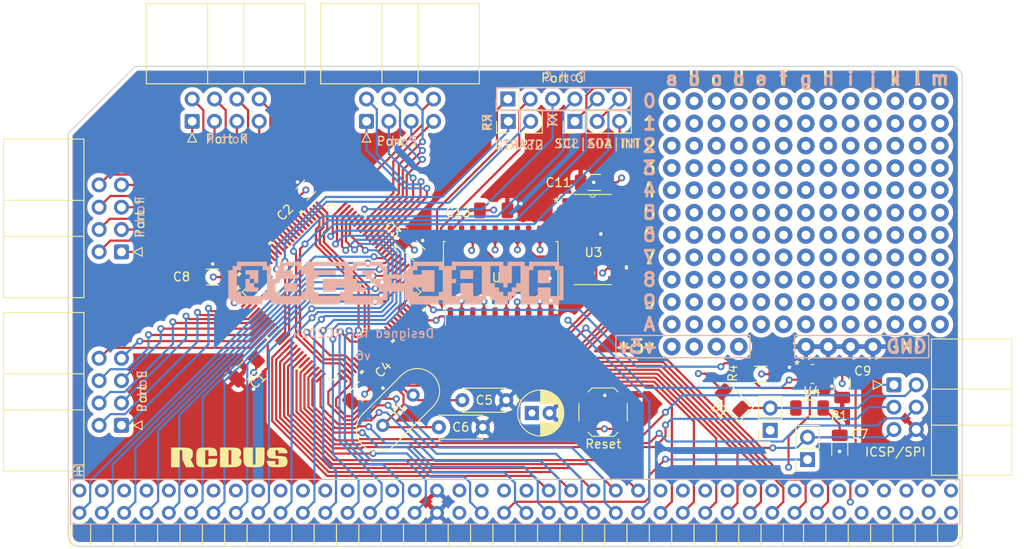
<source format=kicad_pcb>
(kicad_pcb (version 20211014) (generator pcbnew)
  (layers (0 "F.Cu" signal) (1 "In1.Cu" signal) (2 "In2.Cu" signal) (31 "B.Cu" signal) (34 "B.Paste" user) (35 "F.Paste" user) (36 "B.SilkS" user "B.Silkscreen") (37 "F.SilkS" user "F.Silkscreen") (38 "B.Mask" user) (39 "F.Mask" user) (44 "Edge.Cuts" user))
  (net 0 "")
  (net 1 "VCC")
  (net 2 "prog_gnd")
  (net 3 "Net-(C5-Pad1)")
  (net 4 "Net-(C6-Pad1)")
  (net 5 "prog_rst")
  (net 6 "/SCL")
  (net 7 "/SDA")
  (net 8 "/uart2_rx")
  (net 9 "/uart2_tx")
  (net 10 "/i2c int")
  (net 11 "/pj0")
  (net 12 "/pj1")
  (net 13 "/pj2")
  (net 14 "/pj3")
  (net 15 "/pj4")
  (net 16 "/pj5")
  (net 17 "/pj6")
  (net 18 "/pj7")
  (net 19 "/pk0")
  (net 20 "/pk1")
  (net 21 "/pk2")
  (net 22 "/pk3")
  (net 23 "/pk4")
  (net 24 "/pk5")
  (net 25 "/pk6")
  (net 26 "/pk7")
  (net 27 "/pe0")
  (net 28 "/pe1")
  (net 29 "/pe2")
  (net 30 "/pe3")
  (net 31 "/pe4")
  (net 32 "/pe5")
  (net 33 "/pe6")
  (net 34 "/pe7")
  (net 35 "/pf0")
  (net 36 "/pf1")
  (net 37 "/pf2")
  (net 38 "/pf3")
  (net 39 "/pf4")
  (net 40 "/pf5")
  (net 41 "/pf6")
  (net 42 "/pf7")
  (net 43 "Af")
  (net 44 "Ae")
  (net 45 "Ad")
  (net 46 "Ac")
  (net 47 "Ab")
  (net 48 "Aa")
  (net 49 "A9")
  (net 50 "A8")
  (net 51 "A7")
  (net 52 "A6")
  (net 53 "A5")
  (net 54 "A4")
  (net 55 "A3")
  (net 56 "A2")
  (net 57 "A1")
  (net 58 "A0")
  (net 59 "M1")
  (net 60 "CLK")
  (net 61 "INT")
  (net 62 "MREQ")
  (net 63 "WR")
  (net 64 "RD")
  (net 65 "~{IORQ}")
  (net 66 "D0")
  (net 67 "D1")
  (net 68 "D2")
  (net 69 "D3")
  (net 70 "D4")
  (net 71 "D5")
  (net 72 "D6")
  (net 73 "D7")
  (net 82 "BusAck")
  (net 83 "Halt")
  (net 84 "BusRQ")
  (net 85 "NMI")
  (net 86 "port_sr_data")
  (net 87 "port_sr_clk")
  (net 88 "/pg0")
  (net 89 "/pg1")
  (net 90 "/pg2")
  (net 91 "/pg3")
  (net 92 "~{portIOrequest}")
  (net 93 "prog_MISO")
  (net 94 "prog_sck")
  (net 95 "prog_MOSI")
  (net 96 "~{WAIT}")
  (net 97 "~{IO_addr_comp}")
  (net 99 "~{RESET}")
  (net 100 "prog5V")
  (net 103 "Net-(U3-Pad7)")
  (net 104 "Net-(U3-Pad6)")
  (net 105 "Net-(U3-Pad5)")
  (net 106 "Net-(U3-Pad4)")
  (net 107 "Net-(U3-Pad3)")
  (net 108 "Net-(U3-Pad2)")
  (net 109 "/pg4")
  (net 110 "/pg5")
  (footprint "Connector_PinHeader_2.54mm:PinHeader_1x06_P2.54mm_Vertical" (layer "F.Cu") (at 108.6866 40.594006 90)
    (fp_text reference "J2" hide)
    (fp_text value "Conn_01x06_Male")
  )
  (footprint "Connector_IDC:IDC-Header_2x03_P2.54mm_Horizontal" (layer "F.Cu") (at 152.564188 73.106006)
    (fp_text reference "J8" hide)
    (fp_text value "Conn_02x03_Odd_Even")
  )
  (footprint "Connector_IDC:IDC-Header_2x04_P2.54mm_Horizontal" (layer "F.Cu") (at 72.808188 43.134006 90)
    (fp_text reference "J5" hide)
    (fp_text value "Conn_01x08_Male")
  )
  (footprint "Package_SO:SOIC-20W_7.5x12.8mm_P1.27mm" (layer "F.Cu") (at 107.8738 60.668506 90)
    (fp_text reference "U5")
    (fp_text value "74HCT688")
  )
  (footprint "Capacitor_SMD:C_1206_3216Metric_Pad1.33x1.80mm_HandSolder" (layer "F.Cu") (at 107.0733 53.2638)
    (fp_text reference "C13")
    (fp_text value ".1uf")
  )
  (footprint "lib-rc-duino:ATMEGA2560-16AUR" (layer "F.Cu") (at 88.647788 62.548106 45)
    (fp_text reference "U2" hide)
    (fp_text value "ATMEGA2560-16AUR" hide)
  )
  (footprint "Capacitor_SMD:C_1206_3216Metric_Pad1.33x1.80mm_HandSolder" (layer "F.Cu") (at 91.949788 73.901906 -135)
    (fp_text reference "C4")
    (fp_text value ".1uf")
  )
  (footprint "Capacitor_SMD:C_1206_3216Metric_Pad1.33x1.80mm_HandSolder" (layer "F.Cu") (at 146.4056 80.4164 -90)
    (fp_text reference "C7")
    (fp_text value ".1uF")
  )
  (footprint "Button_Switch_SMD:SW_SPST_TL3342" (layer "F.Cu") (at 119.508788 76.213306 180)
    (fp_text reference "Reset")
    (fp_text value "SW_Push")
  )
  (footprint "Capacitor_THT:C_Disc_D4.7mm_W2.5mm_P5.00mm" (layer "F.Cu") (at 100.838 77.9272)
    (fp_text reference "C6")
    (fp_text value "20pF")
  )
  (footprint "Capacitor_SMD:C_1206_3216Metric_Pad1.33x1.80mm_HandSolder" (layer "F.Cu") (at 75.121888 60.846306)
    (fp_text reference "C8")
    (fp_text value ".1uf")
  )
  (footprint "lib-rc-duino:protoarea" (layer "F.Cu") (at 127.317856 40.818511)
    (fp_text reference "J7" hide)
    (fp_text value "proto_area_power_gnd" hide)
  )
  (footprint "Capacitor_SMD:C_1206_3216Metric_Pad1.33x1.80mm_HandSolder" (layer "F.Cu") (at 98.147388 57.849106 -45)
    (fp_text reference "C3")
    (fp_text value ".1uf")
  )
  (footprint "Connector_PinSocket_2.54mm:PinSocket_1x02_P2.54mm_Vertical" (layer "F.Cu") (at 138.5062 78.2828 180)
    (fp_text reference "J14" hide)
    (fp_text value "Conn_01x02_Male")
  )
  (footprint "lib-rc-duino:74HCT595D" (layer "F.Cu") (at 118.3261 56.579106)
    (fp_text reference "U3")
    (fp_text value "74HCT595D" hide)
  )
  (footprint "Crystal:Crystal_HC49-U_Vertical" (layer "F.Cu") (at 97.917 74.2696 -135)
    (fp_text reference "Y1")
    (fp_text value "16Mhz Crystal")
  )
  (footprint "Resistor_SMD:R_1206_3216Metric_Pad1.30x1.75mm_HandSolder" (layer "F.Cu") (at 142.9766 75.7428)
    (fp_text reference "R1")
    (fp_text value "10K")
  )
  (footprint "Connector_PinHeader_2.54mm:PinHeader_1x02_P2.54mm_Vertical" (layer "F.Cu") (at 108.736194 43.134006 90)
    (fp_text reference "J3" hide)
    (fp_text value "Conn_01x02_Male")
  )
  (footprint "Resistor_SMD:R_1206_3216Metric_Pad1.30x1.75mm_HandSolder" (layer "F.Cu") (at 137.414 71.895306 180)
    (fp_text reference "R4")
    (fp_text value "10k")
  )
  (footprint "Capacitor_SMD:C_1206_3216Metric_Pad1.33x1.80mm_HandSolder" (layer "F.Cu") (at 146.685 72.9952 -90)
    (fp_text reference "C9")
    (fp_text value ".1uf")
  )
  (footprint "Connector_IDC:IDC-Header_2x04_P2.54mm_Horizontal" (layer "F.Cu") (at 92.620188 43.134006 90)
    (fp_text reference "J4" hide)
    (fp_text value "Conn_01x08_Male")
  )
  (footprint "Diode_SMD:D_1206_3216Metric" (layer "F.Cu") (at 134.164588 74.867106 135)
    (fp_text reference "D1")
    (fp_text value "D")
  )
  (footprint "Connector_PinSocket_2.54mm:PinSocket_1x02_P2.54mm_Vertical" (layer "F.Cu") (at 142.748 81.6102 180)
    (fp_text reference "J13" hide)
    (fp_text value "Conn_01x02_Male")
  )
  (footprint "lib-rc-duino:RCBus" (layer "F.Cu") (at 63.806578 55.91871)
    (fp_text reference "U1" hide)
    (fp_text value "RCBus" hide)
    (fp_line (start -3.81 35.56) (end 95.25 35.56) (layer "Edge.Cuts") (width 0.12))
    (fp_line (start -5.08 31.75) (end -5.08 -11.43) (layer "Edge.Cuts") (width 0.12))
    (fp_line (start 2.54 -19.05) (end -5.08 -11.43) (layer "Edge.Cuts") (width 0.12))
    (fp_line (start -5.08 31.75) (end -5.08 34.29) (layer "Edge.Cuts") (width 0.12))
    (fp_line (start 95.25 -19.05) (end 2.54 -19.05) (layer "Edge.Cuts") (width 0.12))
    (fp_line (start 96.52 34.29) (end 96.52 -17.78) (layer "Edge.Cuts") (width 0.12))
    (fp_arc (start 96.52 34.29) (mid 96.148026 35.188026) (end 95.25 35.56) (layer "Edge.Cuts") (width 0.12))
    (fp_arc (start -3.81 35.56) (mid -4.708026 35.188026) (end -5.08 34.29) (layer "Edge.Cuts") (width 0.12))
    (fp_arc (start 95.25 -19.05) (mid 96.148026 -18.678026) (end 96.52 -17.78) (layer "Edge.Cuts") (width 0.12))
  )
  (footprint "Connector_IDC:IDC-Header_2x04_P2.54mm_Horizontal" (layer "F.Cu") (at 64.771788 57.982221 180)
    (fp_text reference "J10" hide)
    (fp_text value "Conn_01x04_Male")
  )
  (footprint "Capacitor_THT:CP_Radial_D5.0mm_P2.00mm" (layer "F.Cu") (at 111.421449 76.3122)
    (fp_text reference "47uf1" hide)
    (fp_text value "C_Polarized")
  )
  (footprint "Capacitor_SMD:C_1206_3216Metric_Pad1.33x1.80mm_HandSolder" (layer "F.Cu") (at 85.726788 50.965706 45)
    (fp_text reference "C2")
    (fp_text value ".1uf")
  )
  (footprint "Capacitor_SMD:C_1206_3216Metric_Pad1.33x1.80mm_HandSolder" (layer "F.Cu") (at 118.5164 50.076706 180)
    (fp_text reference "C11")
    (fp_text value ".1uf")
  )
  (footprint "lib-rc-duino:SN74LVC1G374DCKR" (layer "F.Cu") (at 143.3068 71.869906)
    (fp_text reference "U4")
    (fp_text value "SN74LVC1G374DCKR" hide)
  )
  (footprint "Capacitor_SMD:C_1206_3216Metric_Pad1.33x1.80mm_HandSolder" (layer "F.Cu") (at 78.9686 71.3232 -135)
    (fp_text reference "C1")
    (fp_text value ".1uf")
  )
  (footprint "Capacitor_THT:C_Disc_D4.7mm_W2.5mm_P5.00mm" (layer "F.Cu") (at 103.505 74.8538)
    (fp_text reference "C5")
    (fp_text value "20pF")
  )
  (footprint "lib-rc-duino:RCBUS" (layer "F.Cu") (at 77.253186 81.361001)
    (fp_text reference "H2")
    (fp_text value "RCBus Logo" hide)
  )
  (footprint "Connector_PinHeader_2.54mm:PinHeader_1x03_P2.54mm_Vertical" (layer "F.Cu") (at 116.3066 43.134006 90)
    (fp_text reference "J1" hide)
    (fp_text value "Conn_01x03_Male")
  )
  (footprint "Connector_IDC:IDC-Header_2x04_P2.54mm_Horizontal" (layer "F.Cu") (at 64.771788 77.711906 180)
    (fp_text reference "J6" hide)
    (fp_text value "Conn_01x08_Male")
  )
  (footprint "lib-rc-duino:avrc_2560" (layer "B.Cu") (at 96.13526 61.244734 180)
    (fp_text reference "H1" hide)
    (fp_text value "AVRC-Logo" hide)
  )
  (gr_rect (start 107.4166 39.324006) (end 122.6566 41.864006) (layer "B.SilkS") (width 0.15) (fill none))
  (gr_arc (start 101.3638 59.906506) (mid 102.123477 60.609055) (end 101.482339 61.421229) (layer "F.SilkS") (width 0.15))
  (gr_text "Designed for RC2014" (at 92.24906 67.253063) (layer "B.SilkS") (effects (font (size 1 1)) (justify mirror)))
  (gr_text "RX" (at 106.331685 43.214303 90) (layer "B.SilkS") (effects (font (size 1 1)) (justify mirror)))
  (gr_text "Port J" (at 96.075856 45.390511) (layer "B.SilkS") (effects (font (size 1 1)) (justify mirror)))
  (gr_text "v6" (at 92.24906 69.793063) (layer "B.SilkS") (effects (font (size 1 1)) (justify mirror)))
  (gr_text "Port E" (at 67.119856 73.838511 90) (layer "B.SilkS") (effects (font (size 1 1)) (justify mirror)))
  (gr_text "USART2" (at 109.9866 45.819402) (layer "B.SilkS") (effects (font (size 1 1)) (justify mirror)))
  (gr_text "Port K" (at 76.771856 45.136511) (layer "B.SilkS") (effects (font (size 1 1)) (justify mirror)))
  (gr_text "Port F" (at 66.865856 54.026511 90) (layer "B.SilkS") (effects (font (size 1 1)) (justify mirror)))
  (gr_text "INT|SDA|SCL" (at 118.8766 45.674006) (layer "B.SilkS") (effects (font (size 1 1)) (justify mirror)))
  (gr_text "TX" (at 113.816485 42.903246 90) (layer "B.SilkS") (effects (font (size 1 1)) (justify mirror)))
  (gr_text "Port G" (at 115.192576 38.054006) (layer "B.SilkS") (effects (font (size 1 1)) (justify mirror)))
  (gr_text "RX" (at 106.372206 43.286406 90) (layer "F.SilkS") (effects (font (size 1 1))))
  (gr_text "ICSP/SPI" (at 149.1742 80.751406) (layer "F.SilkS") (effects (font (size 1 1)) (justify left)))
  (gr_text "USART2" (at 109.928206 45.826406) (layer "F.SilkS") (effects (font (size 1 1))))
  (gr_text "Port K" (at 76.771856 45.136511) (layer "F.SilkS") (effects (font (size 1 1))))
  (gr_text "Port E" (at 67.119856 73.838511 90) (layer "F.SilkS") (effects (font (size 1 1))))
  (gr_text "Port J" (at 96.075856 45.390511) (layer "F.SilkS") (effects (font (size 1 1))))
  (gr_text "TX" (at 113.763606 43.007006 90) (layer "F.SilkS") (effects (font (size 1 1))))
  (gr_text "Port F" (at 66.865856 54.026511 90) (layer "F.SilkS") (effects (font (size 1 1))))
  (gr_text "SCL|SDA|INT" (at 118.8766 45.674006) (layer "F.SilkS") (effects (font (size 1 1))))
  (gr_text "Port G" (at 114.885988 38.206406) (layer "F.SilkS") (effects (font (size 1 1))))
  (segment (start 93.054642 73.518558) (end 92.4052 74.168) (width 0.25) (layer "F.Cu") (net 1))
  (segment (start 146.685 71.4327) (end 146.685 72.962106) (width 0.25) (layer "F.Cu") (net 1))
  (segment (start 84.621934 52.04516) (end 85.726788 50.940306) (width 0.25) (layer "F.Cu") (net 1))
  (segment (start 77.137403 61.299321) (end 76.684388 60.846306) (width 0.25) (layer "F.Cu") (net 1))
  (segment (start 102.1588 55.592434) (end 104.487434 53.2638) (width 0.25) (layer "F.Cu") (net 1))
  (segment (start 146.685 71.4327) (end 146.247794 71.869906) (width 0.25) (layer "F.Cu") (net 1))
  (segment (start 80.073841 61.876453) (end 80.197962 61.752332) (width 0.25) (layer "F.Cu") (net 1))
  (segment (start 120.089122 59.754106) (end 119.454122 60.389106) (width 0.25) (layer "F.Cu") (net 1))
  (segment (start 138.964 71.895306) (end 137.541 71.895306) (width 0.25) (layer "F.Cu") (net 1))
  (segment (start 105.5108 53.2638) (end 107.0094 53.2638) (width 0.25) (layer "F.Cu") (net 1))
  (segment (start 120.9296 52.134106) (end 120.9296 50.927406) (width 0.25) (layer "F.Cu") (net 1))
  (segment (start 76.684388 60.846306) (end 75.211188 60.846306) (width 0.25) (layer "F.Cu") (net 1))
  (segment (start 80.197962 61.752332) (end 80.197962 61.169348) (width 0.25) (layer "F.Cu") (net 1))
  (segment (start 105.4854 53.2384) (end 105.5108 53.2638) (width 0.25) (layer "F.Cu") (net 1))
  (segment (start 120.0789 50.076706) (end 121.108988 50.076706) (width 0.25) (layer "F.Cu") (net 1))
  (segment (start 80.073454 71.427234) (end 79.796488 71.7042) (width 0.25) (layer "F.Cu") (net 1))
  (segment (start 146.247794 71.869906) (end 144.2847 71.869906) (width 0.25) (layer "F.Cu") (net 1))
  (segment (start 93.054642 71.904709) (end 91.66434 70.514407) (width 0.25) (layer "F.Cu") (net 1))
  (segment (start 105.283 53.4916) (end 105.5108 53.2638) (width 0.25) (layer "F.Cu") (net 1))
  (segment (start 85.984789 54.228252) (end 84.621934 52.865397) (width 0.25) (layer "F.Cu") (net 1))
  (segment (start 78.91372 61.299321) (end 77.137403 61.299321) (width 0.25) (layer "F.Cu") (net 1))
  (segment (start 120.9296 50.927406) (end 120.0789 50.076706) (width 0.25) (layer "F.Cu") (net 1))
  (segment (start 95.865857 56.744252) (end 94.846322 57.763787) (width 0.25) (layer "F.Cu") (net 1))
  (segment (start 107.0094 53.2638) (end 107.058122 53.215078) (width 0.25) (layer "F.Cu") (net 1))
  (segment (start 80.073454 70.218346) (end 80.073454 69.001119) (width 0.25) (layer "F.Cu") (net 1))
  (segment (start 84.621934 52.07056) (end 84.621934 52.04516) (width 0.25) (layer "F.Cu") (net 1))
  (segment (start 137.541 71.895306) (end 137.5156 71.869906) (width 0.25) (layer "F.Cu") (net 1))
  (segment (start 120.9296 59.754106) (end 120.089122 59.754106) (width 0.25) (layer "F.Cu") (net 1))
  (segment (start 97.042534 56.744252) (end 98.071188 57.772906) (width 0.25) (layer "F.Cu") (net 1))
  (segment (start 121.108988 50.076706) (end 121.616988 49.568706) (width 0.25) (layer "F.Cu") (net 1))
  (segment (start 93.054642 72.797052) (end 93.054642 71.904709) (width 0.25) (layer "F.Cu") (net 1))
  (segment (start 93.054642 72.797052) (end 93.054642 73.518558) (width 0.25) (layer "F.Cu") (net 1))
  (segment (start 104.487434 53.2638) (end 105.5108 53.2638) (width 0.25) (layer "F.Cu") (net 1))
  (segment (start 80.073454 70.218346) (end 80.073454 71.427234) (width 0.25) (layer "F.Cu") (net 1))
  (segment (start 79.490852 61.876453) (end 80.073841 61.876453) (width 0.25) (layer "F.Cu") (net 1))
  (segment (start 97.042534 56.744252) (end 95.865857 56.744252) (width 0.25) (layer "F.Cu") (net 1))
  (segment (start 80.197962 61.169348) (end 79.620827 60.592213) (width 0.25) (layer "F.Cu") (net 1))
  (segment (start 78.91372 61.299321) (end 79.490852 61.876453) (width 0.25) (layer "F.Cu") (net 1))
  (segment (start 80.073454 69.001119) (end 82.095701 66.978872) (width 0.25) (layer "F.Cu") (net 1))
  (segment (start 84.621934 52.865397) (end 84.621934 52.07056) (width 0.25) (layer "F.Cu") (net 1))
  (segment (start 107.058122 53.215078) (end 107.075654 53.215078) (width 0.25) (layer "F.Cu") (net 1))
  (segment (start 102.1588 56.018506) (end 102.1588 55.592434) (width 0.25) (layer "F.Cu") (net 1))
  (via (at 119.454122 60.389106) (size 0.8) (drill 0.4) (layers "F.Cu" "B.Cu") (net 1))
  (via (at 75.211188 60.846306) (size 0.8) (drill 0.4) (layers "F.Cu" "B.Cu") (net 1))
  (via (at 79.796488 71.7042) (size 0.8) (drill 0.4) (layers "F.Cu" "B.Cu") (net 1))
  (via (at 137.5156 71.869906) (size 0.8) (drill 0.4) (layers "F.Cu" "B.Cu") (net 1))
  (via (at 92.4052 74.168) (size 0.8) (drill 0.4) (layers "F.Cu" "B.Cu") (net 1))
  (via (at 107.075654 53.215078) (size 0.8) (drill 0.4) (layers "F.Cu" "B.Cu") (net 1))
  (via (at 146.685 72.962106) (size 0.8) (drill 0.4) (layers "F.Cu" "B.Cu") (net 1))
  (via (at 85.726788 50.940306) (size 0.8) (drill 0.4) (layers "F.Cu" "B.Cu") (net 1))
  (via (at 98.071188 57.772906) (size 0.8) (drill 0.4) (layers "F.Cu" "B.Cu") (net 1))
  (via (at 121.616988 49.568706) (size 0.8) (drill 0.4) (layers "F.Cu" "B.Cu") (net 1))
  (segment (start 96.484567 55.418432) (end 97.748714 55.418432) (width 0.25) (layer "F.Cu") (net 2))
  (segment (start 93.004232 75.00676) (end 94.488 73.522992) (width 0.25) (layer "F.Cu") (net 2))
  (segment (start 77.863746 72.428054) (end 79.019492 73.5838) (width 0.25) (layer "F.Cu") (net 2))
  (segment (start 115.7226 61.024106) (end 113.514388 61.024106) (width 0.25) (layer "F.Cu") (net 2))
  (segment (start 108.6358 53.2638) (end 109.385706 53.2638) (width 0.25) (layer "F.Cu") (net 2))
  (segment (start 83.161388 51.651506) (end 84.774288 50.038606) (width 0.25) (layer "F.Cu") (net 2))
  (segment (start 146.4056 81.9789) (end 146.3802 81.9535) (width 0.25) (layer "F.Cu") (net 2))
  (segment (start 82.449254 67.332425) (end 81.399274 68.382405) (width 0.25) (layer "F.Cu") (net 2))
  (segment (start 99.010988 56.680706) (end 99.252242 56.92196) (width 0.25) (layer "F.Cu") (net 2))
  (segment (start 99.252242 56.92196) (end 99.252242 58.95396) (width 0.25) (layer "F.Cu") (net 2))
  (segment (start 77.669215 59.347706) (end 75.134988 59.347706) (width 0.25) (layer "F.Cu") (net 2))
  (segment (start 90.844934 75.00676) (end 93.004232 75.00676) (width 0.25) (layer "F.Cu") (net 2))
  (segment (start 81.399274 68.382405) (end 81.399274 71.203926) (width 0.25) (layer "F.Cu") (net 2))
  (segment (start 119.706988 74.313306) (end 116.358788 74.313306) (width 0.25) (layer "F.Cu") (net 2))
  (segment (start 85.631236 54.581805) (end 83.161388 52.111957) (width 0.25) (layer "F.Cu") (net 2))
  (segment (start 81.399274 71.203926) (end 79.796488 72.806712) (width 0.25) (layer "F.Cu") (net 2))
  (segment (start 145.4912 73.3639) (end 145.4912 73.266906) (width 0.25) (layer "F.Cu") (net 2))
  (segment (start 94.492767 57.410232) (end 96.484567 55.418432) (width 0.25) (layer "F.Cu") (net 2))
  (segment (start 113.514388 61.024106) (end 113.488988 60.998706) (width 0.25) (layer "F.Cu") (net 2))
  (segment (start 84.952042 49.860852) (end 86.831642 49.860852) (width 0.25) (layer "F.Cu") (net 2))
  (segment (start 75.057988 59.347706) (end 73.559388 60.846306) (width 0.25) (layer "F.Cu") (net 2))
  (segment (start 122.658788 74.313306) (end 119.706988 74.313306) (width 0.25) (layer "F.Cu") (net 2))
  (segment (start 146.685 74.5577) (end 145.4912 73.3639) (width 0.25) (layer "F.Cu") (net 2))
  (segment (start 113.5888 63.513306) (end 113.5888 65.318506) (width 0.25) (layer "F.Cu") (net 2))
  (segment (start 109.385706 53.2638) (end 110.1598 52.489706) (width 0.25) (layer "F.Cu") (net 2))
  (segment (start 116.9539 50.076706) (end 118.441988 50.076706) (width 0.25) (layer "F.Cu") (net 2))
  (segment (start 94.488 72.630957) (end 94.488 73.4822) (width 0.25) (layer "F.Cu") (net 2))
  (segment (start 79.796488 72.806712) (end 79.796488 73.5838) (width 0.25) (layer "F.Cu") (net 2))
  (segment (start 146.3802 81.9535) (end 146.3802 80.6837) (width 0.25) (layer "F.Cu") (net 2))
  (segment (start 92.017895 70.160852) (end 94.488 72.630957) (width 0.25) (layer "F.Cu") (net 2))
  (segment (start 120.9296 55.944106) (end 119.253 55.944106) (width 0.25) (layer "F.Cu") (net 2))
  (segment (start 75.134988 59.347706) (end 75.057988 59.347706) (width 0.25) (layer "F.Cu") (net 2))
  (segment (start 141.4526 71.869906) (end 140.6906 71.107906) (width 0.25) (layer "F.Cu") (net 2))
  (segment (start 83.161388 52.111957) (end 83.161388 51.651506) (width 0.25) (layer "F.Cu") (net 2))
  (segment (start 79.267275 60.945766) (end 77.669215 59.347706) (width 0.25) (layer "F.Cu") (net 2))
  (segment (start 94.488 73.522992) (end 94.488 73.4822) (width 0.25) (layer "F.Cu") (net 2))
  (segment (start 79.019492 73.5838) (end 79.796488 73.5838) (width 0.25) (layer "F.Cu") (net 2))
  (segment (start 142.3289 71.869906) (end 141.4526 71.869906) (width 0.25) (layer "F.Cu") (net 2))
  (segment (start 97.748714 55.418432) (end 99.010988 56.680706) (width 0.25) (layer "F.Cu") (net 2))
  (segment (start 84.774288 50.038606) (end 84.952042 49.860852) (width 0.25) (layer "F.Cu") (net 2))
  (via (at 75.134988 59.347706) (size 0.8) (drill 0.4) (layers "F.Cu" "B.Cu") (net 2))
  (via (at 79.796488 73.5838) (size 0.8) (drill 0.4) (layers "F.Cu" "B.Cu") (net 2))
  (via (at 119.706988 74.313306) (size 0.8) (drill 0.4) (layers "F.Cu" "B.Cu") (net 2))
  (via (at 99.010988 56.680706) (size 0.8) (drill 0.4) (layers "F.Cu" "B.Cu") (net 2))
  (via (at 145.4912 73.266906) (size 0.8) (drill 0.4) (layers "F.Cu" "B.Cu") (net 2))
  (via (at 113.488988 60.998706) (size 0.8) (drill 0.4) (layers "F.Cu" "B.Cu") (net 2))
  (via (at 119.253 55.944106) (size 0.8) (drill 0.4) (layers "F.Cu" "B.Cu") (net 2))
  (via (at 94.488 73.4822) (size 0.8) (drill 0.4) (layers "F.Cu" "B.Cu") (net 2))
  (via (at 140.6906 71.107906) (size 0.8) (drill 0.4) (layers "F.Cu" "B.Cu") (net 2))
  (via (at 84.774288 50.038606) (size 0.8) (drill 0.4) (layers "F.Cu" "B.Cu") (net 2))
  (via (at 113.5888 63.513306) (size 0.8) (drill 0.4) (layers "F.Cu" "B.Cu") (net 2))
  (via (at 110.1598 52.489706) (size 0.8) (drill 0.4) (layers "F.Cu" "B.Cu") (net 2))
  (via (at 118.441988 50.076706) (size 0.8) (drill 0.4) (layers "F.Cu" "B.Cu") (net 2))
  (via (at 146.3802 80.6837) (size 0.8) (drill 0.4) (layers "F.Cu" "B.Cu") (net 2))
  (segment (start 98.5012 74.8538) (end 97.917 74.2696) (width 0.25) (layer "F.Cu") (net 3))
  (segment (start 97.540853 74.2696) (end 92.725 69.453747) (width 0.25) (layer "F.Cu") (net 3))
  (segment (start 103.505 74.8538) (end 98.5012 74.8538) (width 0.25) (layer "F.Cu") (net 3))
  (segment (start 97.917 74.2696) (end 97.540853 74.2696) (width 0.25) (layer "F.Cu") (net 3))
  (segment (start 92.371448 69.8073) (end 96.826588 74.26244) (width 0.25) (layer "F.Cu") (net 4))
  (segment (start 100.838 77.9272) (end 94.673238 77.9272) (width 0.25) (layer "F.Cu") (net 4))
  (segment (start 96.826588 74.26244) (end 96.826588 75.360012) (width 0.25) (layer "F.Cu") (net 4))
  (segment (start 96.826588 75.360012) (end 94.466319 77.720281) (width 0.25) (layer "F.Cu") (net 4))
  (segment (start 94.673238 77.9272) (end 94.466319 77.720281) (width 0.25) (layer "F.Cu") (net 4))
  (segment (start 146.4056 78.8539) (end 146.4056 77.6218) (width 0.25) (layer "F.Cu") (net 5))
  (segment (start 119.666188 78.113306) (end 116.358788 78.113306) (width 0.25) (layer "F.Cu") (net 5))
  (segment (start 88.471083 69.756089) (end 85.852 67.137006) (width 0.25) (layer "F.Cu") (net 5))
  (segment (start 137.477604 80.28161) (end 133.1976 76.001606) (width 0.25) (layer "F.Cu") (net 5))
  (segment (start 133.1976 76.001606) (end 133.1976 73.900118) (width 0.25) (layer "F.Cu") (net 5))
  (segment (start 146.1893 79.0702) (end 142.748 79.0702) (width 0.25) (layer "F.Cu") (net 5))
  (segment (start 146.4056 78.8539) (end 146.1893 79.0702) (width 0.25) (layer "F.Cu") (net 5))
  (segment (start 146.4056 77.6218) (end 144.5266 75.7428) (width 0.25) (layer "F.Cu") (net 5))
  (segment (start 131.127545 71.830063) (end 130.341843 71.830063) (width 0.25) (layer "F.Cu") (net 5))
  (segment (start 91.310787 70.86796) (end 90.198916 69.756089) (width 0.25) (layer "F.Cu") (net 5))
  (segment (start 133.1976 73.900118) (end 131.127545 71.830063) (width 0.25) (layer "F.Cu") (net 5))
  (segment (start 122.658788 78.113306) (end 119.666188 78.113306) (width 0.25) (layer "F.Cu") (net 5))
  (segment (start 90.198916 69.756089) (end 88.471083 69.756089) (width 0.25) (layer "F.Cu") (net 5))
  (segment (start 138.79339 80.28161) (end 137.477604 80.28161) (width 0.25) (layer "F.Cu") (net 5))
  (via (at 130.341843 71.830063) (size 0.8) (drill 0.4) (layers "F.Cu" "B.Cu") (net 5))
  (via (at 85.852 67.137006) (size 0.8) (drill 0.4) (layers "F.Cu" "B.Cu") (net 5))
  (via (at 138.79339 80.28161) (size 0.8) (drill 0.4) (layers "F.Cu" "B.Cu") (net 5))
  (via (at 119.666188 78.113306) (size 0.8) (drill 0.4) (layers "F.Cu" "B.Cu") (net 5))
  (segment (start 152.564188 78.186006) (end 151.679994 79.0702) (width 0.25) (layer "B.Cu") (net 5))
  (segment (start 142.748 79.0702) (end 141.53659 80.28161) (width 0.25) (layer "B.Cu") (net 5))
  (segment (start 151.679994 79.0702) (end 142.748 79.0702) (width 0.25) (layer "B.Cu") (net 5))
  (segment (start 141.53659 80.28161) (end 138.79339 80.28161) (width 0.25) (layer "B.Cu") (net 5))
  (segment (start 122.6866 39.324006) (end 118.45559 39.324006) (width 0.25) (layer "F.Cu") (net 6))
  (segment (start 117.223078 69.581828) (end 123.5964 63.208506) (width 0.25) (layer "F.Cu") (net 6))
  (segment (start 117.6066 41.834006) (end 116.3066 43.134006) (width 0.25) (layer "F.Cu") (net 6))
  (segment (start 123.5964 40.233806) (end 122.6866 39.324006) (width 0.25) (layer "F.Cu") (net 6))
  (segment (start 95.906982 66.271766) (end 99.217044 69.581828) (width 0.25) (layer "F.Cu") (net 6))
  (segment (start 117.6066 40.172996) (end 117.6066 41.834006) (width 0.25) (layer "F.Cu") (net 6))
  (segment (start 99.217044 69.581828) (end 117.223078 69.581828) (width 0.25) (layer "F.Cu") (net 6))
  (segment (start 118.45559 39.324006) (end 117.6066 40.172996) (width 0.25) (layer "F.Cu") (net 6))
  (segment (start 123.5964 63.208506) (end 123.5964 40.233806) (width 0.25) (layer "F.Cu") (net 6))
  (segment (start 118.8466 43.134006) (end 120.1166 41.864006) (width 0.25) (layer "F.Cu") (net 7))
  (segment (start 117.036885 69.132317) (end 99.474638 69.132317) (width 0.25) (layer "F.Cu") (net 7))
  (segment (start 123.146898 42.778799) (end 123.146898 63.022304) (width 0.25) (layer "F.Cu") (net 7))
  (segment (start 120.1166 41.864006) (end 122.232105 41.864006) (width 0.25) (layer "F.Cu") (net 7))
  (segment (start 122.232105 41.864006) (end 123.146898 42.778799) (width 0.25) (layer "F.Cu") (net 7))
  (segment (start 99.474638 69.132317) (end 96.260534 65.918213) (width 0.25) (layer "F.Cu") (net 7))
  (segment (start 123.146898 63.022304) (end 117.036885 69.132317) (width 0.25) (layer "F.Cu") (net 7))
  (segment (start 82.802807 67.685978) (end 83.379941 67.108844) (width 0.25) (layer "F.Cu") (net 8))
  (segment (start 83.379941 60.926547) (end 82.4022 59.948806) (width 0.25) (layer "F.Cu") (net 8))
  (segment (start 83.379941 67.108844) (end 83.379941 60.926547) (width 0.25) (layer "F.Cu") (net 8))
  (via (at 82.4022 59.948806) (size 0.8) (drill 0.4) (layers "F.Cu" "B.Cu") (net 8))
  (segment (start 88.002299 51.732507) (end 101.237693 51.732507) (width 0.25) (layer "B.Cu") (net 8))
  (segment (start 82.4022 59.948806) (end 82.4022 57.332606) (width 0.25) (layer "B.Cu") (net 8))
  (segment (start 108.736194 44.234006) (end 108.736194 43.134006) (width 0.25) (layer "B.Cu") (net 8))
  (segment (start 82.4022 57.332606) (end 88.002299 51.732507) (width 0.25) (layer "B.Cu") (net 8))
  (segment (start 101.237693 51.732507) (end 108.736194 44.234006) (width 0.25) (layer "B.Cu") (net 8))
  (segment (start 83.342 59.085206) (end 83.342 59.059806) (width 0.25) (layer "F.Cu") (net 9))
  (segment (start 83.829451 59.572657) (end 83.342 59.085206) (width 0.25) (layer "F.Cu") (net 9))
  (segment (start 83.829451 67.366443) (end 83.829451 59.572657) (width 0.25) (layer "F.Cu") (net 9))
  (segment (start 83.156361 68.039533) (end 83.829451 67.366443) (width 0.25) (layer "F.Cu") (net 9))
  (via (at 83.342 59.059806) (size 0.8) (drill 0.4) (layers "F.Cu" "B.Cu") (net 9))
  (segment (start 83.342 57.02851) (end 88.092504 52.278006) (width 0.25) (layer "B.Cu") (net 9))
  (segment (start 102.024882 52.385318) (end 111.276194 43.134006) (width 0.25) (layer "B.Cu") (net 9))
  (segment (start 88.092504 52.278006) (end 98.754509 52.278006) (width 0.25) (layer "B.Cu") (net 9))
  (segment (start 98.861821 52.385318) (end 102.024882 52.385318) (width 0.25) (layer "B.Cu") (net 9))
  (segment (start 98.754509 52.278006) (end 98.861821 52.385318) (width 0.25) (layer "B.Cu") (net 9))
  (segment (start 83.342 59.059806) (end 83.342 57.02851) (width 0.25) (layer "B.Cu") (net 9))
  (segment (start 99.732237 68.682806) (end 116.850691 68.682807) (width 0.25) (layer "F.Cu") (net 10))
  (segment (start 122.697378 45.646865) (end 121.3866 44.336087) (width 0.25) (layer "F.Cu") (net 10))
  (segment (start 116.850691 68.682807) (end 122.697378 62.83612) (width 0.25) (layer "F.Cu") (net 10))
  (segment (start 122.697378 62.83612) (end 122.697378 45.646865) (width 0.25) (layer "F.Cu") (net 10))
  (segment (start 96.614089 65.564658) (end 99.732237 68.682806) (width 0.25) (layer "F.Cu") (net 10))
  (segment (start 121.3866 44.336087) (end 121.3866 43.134006) (width 0.25) (layer "F.Cu") (net 10))
  (segment (start 99.478188 51.717706) (end 99.478188 50.754006) (width 0.25) (layer "F.Cu") (net 11))
  (segment (start 94.139215 57.056679) (end 99.478188 51.717706) (width 0.25) (layer "F.Cu") (net 11))
  (via (at 99.478188 50.754006) (size 0.8) (drill 0.4) (layers "F.Cu" "B.Cu") (net 11))
  (segment (start 92.620188 43.134006) (end 92.620188 46.396398) (width 0.25) (layer "B.Cu") (net 11))
  (segment (start 96.977796 50.754006) (end 99.478188 50.754006) (width 0.25) (layer "B.Cu") (net 11))
  (segment (start 92.620188 46.396398) (end 96.977796 50.754006) (width 0.25) (layer "B.Cu") (net 11))
  (segment (start 98.753687 51.735102) (end 98.753687 50.069063) (width 0.25) (layer "F.Cu") (net 12))
  (segment (start 93.785662 56.703127) (end 98.753687 51.735102) (width 0.25) (layer "F.Cu") (net 12))
  (segment (start 98.753687 50.069063) (end 98.827033 49.995717) (width 0.25) (layer "F.Cu") (net 12))
  (via (at 98.827033 49.995717) (size 0.8) (drill 0.4) (layers "F.Cu" "B.Cu") (net 12))
  (segment (start 98.518255 50.304495) (end 98.827033 49.995717) (width 0.25) (layer "B.Cu") (net 12))
  (segment (start 92.620188 40.594006) (end 93.794708 41.768526) (width 0.25) (layer "B.Cu") (net 12))
  (segment (start 93.794708 41.768526) (end 93.794708 46.874238) (width 0.25) (layer "B.Cu") (net 12))
  (segment (start 93.794708 46.874238) (end 97.224965 50.304495) (width 0.25) (layer "B.Cu") (net 12))
  (segment (start 97.224965 50.304495) (end 98.518255 50.304495) (width 0.25) (layer "B.Cu") (net 12))
  (segment (start 97.918445 51.863234) (end 97.918445 49.579215) (width 0.25) (layer "F.Cu") (net 13))
  (segment (start 93.432107 56.349572) (end 97.918445 51.863234) (width 0.25) (layer "F.Cu") (net 13))
  (via (at 97.918445 49.579215) (size 0.8) (drill 0.4) (layers "F.Cu" "B.Cu") (net 13))
  (segment (start 95.160188 43.134006) (end 95.160188 46.820958) (width 0.25) (layer "B.Cu") (net 13))
  (segment (start 95.160188 46.820958) (end 97.918445 49.579215) (width 0.25) (layer "B.Cu") (net 13))
  (segment (start 93.078554 55.996019) (end 97.193944 51.880629) (width 0.25) (layer "F.Cu") (net 14))
  (segment (start 97.193944 51.880629) (end 97.193944 49.229955) (width 0.25) (layer "F.Cu") (net 14))
  (segment (start 97.193944 49.229955) (end 98.970188 47.453711) (width 0.25) (layer "F.Cu") (net 14))
  (via (at 98.970188 47.453711) (size 0.8) (drill 0.4) (layers "F.Cu" "B.Cu") (net 14))
  (segment (start 95.160188 40.594006) (end 96.430188 41.864006) (width 0.25) (layer "B.Cu") (net 14))
  (segment (start 98.717893 47.453711) (end 98.970188 47.453711) (width 0.25) (layer "B.Cu") (net 14))
  (segment (start 96.430188 41.864006) (end 96.430188 45.166006) (width 0.25) (layer "B.Cu") (net 14))
  (segment (start 96.430188 45.166006) (end 98.717893 47.453711) (width 0.25) (layer "B.Cu") (net 14))
  (segment (start 98.943385 46.454209) (end 98.969777 46.454209) (width 0.25) (layer "F.Cu") (net 15))
  (segment (start 92.725 55.642465) (end 96.744433 51.623032) (width 0.25) (layer "F.Cu") (net 15))
  (segment (start 96.744433 51.623032) (end 96.744433 48.653161) (width 0.25) (layer "F.Cu") (net 15))
  (segment (start 96.744433 48.653161) (end 98.943385 46.454209) (width 0.25) (layer "F.Cu") (net 15))
  (via (at 98.969777 46.454209) (size 0.8) (drill 0.4) (layers "F.Cu" "B.Cu") (net 15))
  (segment (start 97.700188 43.134006) (end 97.700188 45.187414) (width 0.25) (layer "B.Cu") (net 15))
  (segment (start 98.969777 46.445661) (end 98.969777 46.454209) (width 0.25) (layer "B.Cu") (net 15))
  (segment (start 97.700188 45.187414) (end 98.692236 46.179462) (width 0.25) (layer "B.Cu") (net 15))
  (segment (start 98.692236 46.179462) (end 98.703578 46.179462) (width 0.25) (layer "B.Cu") (net 15))
  (segment (start 98.703578 46.179462) (end 98.969777 46.445661) (width 0.25) (layer "B.Cu") (net 15))
  (segment (start 98.926633 45.454961) (end 98.992335 45.454961) (width 0.25) (layer "F.Cu") (net 16))
  (segment (start 96.294923 51.365437) (end 96.294923 48.086671) (width 0.25) (layer "F.Cu") (net 16))
  (segment (start 92.371448 55.288912) (end 96.294923 51.365437) (width 0.25) (layer "F.Cu") (net 16))
  (segment (start 96.294923 48.086671) (end 98.926633 45.454961) (width 0.25) (layer "F.Cu") (net 16))
  (via (at 98.992335 45.454961) (size 0.8) (drill 0.4) (layers "F.Cu" "B.Cu") (net 16))
  (segment (start 98.992335 41.886153) (end 98.992335 45.454961) (width 0.25) (layer "B.Cu") (net 16))
  (segment (start 97.700188 40.594006) (end 98.992335 41.886153) (width 0.25) (layer "B.Cu") (net 16))
  (segment (start 92.017895 54.93536) (end 95.668188 51.285067) (width 0.25) (layer "F.Cu") (net 17))
  (segment (start 95.668188 51.285067) (end 95.668188 47.697406) (width 0.25) (layer "F.Cu") (net 17))
  (segment (start 100.231588 43.134006) (end 100.240188 43.134006) (width 0.25) (layer "F.Cu") (net 17))
  (segment (start 95.668188 47.697406) (end 100.231588 43.134006) (width 0.25) (layer "F.Cu") (net 17))
  (segment (start 89.943178 49.49251) (end 93.002694 49.49251) (width 0.25) (layer "F.Cu") (net 18))
  (segment (start 85.752188 52.769106) (end 89.037288 49.484006) (width 0.25) (layer "F.Cu") (net 18))
  (segment (start 93.002694 49.49251) (end 98.985578 43.509626) (width 0.25) (layer "F.Cu") (net 18))
  (segment (start 86.338343 53.874698) (end 85.752188 53.288543) (width 0.25) (layer "F.Cu") (net 18))
  (segment (start 85.752188 53.288543) (end 85.752188 52.769106) (width 0.25) (layer "F.Cu") (net 18))
  (segment (start 98.985578 41.848616) (end 100.240188 40.594006) (width 0.25) (layer "F.Cu") (net 18))
  (segment (start 89.934674 49.484006) (end 89.943178 49.49251) (width 0.25) (layer "F.Cu") (net 18))
  (segment (start 98.985578 43.509626) (end 98.985578 41.848616) (width 0.25) (layer "F.Cu") (net 18))
  (segment (start 89.037288 49.484006) (end 89.934674 49.484006) (width 0.25) (layer "F.Cu") (net 18))
  (segment (start 82.802809 57.410232) (end 72.808188 47.415611) (width 0.25) (layer "F.Cu") (net 19))
  (segment (start 72.808188 47.415611) (end 72.808188 43.134006) (width 0.25) (layer "F.Cu") (net 19))
  (segment (start 74.078188 47.978506) (end 74.078188 41.864006) (width 0.25) (layer "F.Cu") (net 20))
  (segment (start 83.156361 57.056679) (end 74.078188 47.978506) (width 0.25) (layer "F.Cu") (net 20))
  (segment (start 74.078188 41.864006) (end 72.808188 40.594006) (width 0.25) (layer "F.Cu") (net 20))
  (segment (start 83.509914 56.703127) (end 75.348188 48.541401) (width 0.25) (layer "F.Cu") (net 21))
  (segment (start 75.348188 48.541401) (end 75.348188 43.134006) (width 0.25) (layer "F.Cu") (net 21))
  (segment (start 76.618188 49.104291) (end 76.618188 41.864006) (width 0.25) (layer "F.Cu") (net 22))
  (segment (start 83.863469 56.349572) (end 76.618188 49.104291) (width 0.25) (layer "F.Cu") (net 22))
  (segment (start 76.618188 41.864006) (end 75.348188 40.594006) (width 0.25) (layer "F.Cu") (net 22))
  (segment (start 77.888188 49.667185) (end 77.888188 43.134006) (width 0.25) (layer "F.Cu") (net 23))
  (segment (start 84.217022 55.996019) (end 77.888188 49.667185) (width 0.25) (layer "F.Cu") (net 23))
  (segment (start 79.158188 41.864006) (end 77.888188 40.594006) (width 0.25) (layer "F.Cu") (net 24))
  (segment (start 84.570576 55.642465) (end 79.158188 50.230077) (width 0.25) (layer "F.Cu") (net 24))
  (segment (start 79.158188 50.230077) (end 79.158188 41.864006) (width 0.25) (layer "F.Cu") (net 24))
  (segment (start 84.924128 55.288912) (end 80.428188 50.792972) (width 0.25) (layer "F.Cu") (net 25))
  (segment (start 80.428188 50.792972) (end 80.428188 43.134006) (width 0.25) (layer "F.Cu") (net 25))
  (segment (start 81.698188 51.355867) (end 81.698188 41.864006) (width 0.25) (layer "F.Cu") (net 26))
  (segment (start 85.277681 54.93536) (end 81.698188 51.355867) (width 0.25) (layer "F.Cu") (net 26))
  (segment (start 81.698188 41.864006) (end 80.428188 40.594006) (width 0.25) (layer "F.Cu") (net 26))
  (segment (start 78.690143 64.727578) (end 74.977646 64.727578) (width 0.25) (layer "F.Cu") (net 27))
  (segment (start 79.267275 64.150446) (end 78.690143 64.727578) (width 0.25) (layer "F.Cu") (net 27))
  (segment (start 74.977646 64.727578) (end 74.652378 64.40231) (width 0.25) (layer "F.Cu") (net 27))
  (via (at 74.652378 64.40231) (size 0.8) (drill 0.4) (layers "F.Cu" "B.Cu") (net 27))
  (segment (start 65.457582 77.711906) (end 64.771788 77.711906) (width 0.25) (layer "B.Cu") (net 27))
  (segment (start 74.652378 64.40231) (end 74.652378 68.51711) (width 0.25) (layer "B.Cu") (net 27))
  (segment (start 74.652378 68.51711) (end 65.457582 77.711906) (width 0.25) (layer "B.Cu") (net 27))
  (segment (start 78.947737 65.177089) (end 73.725357 65.177089) (width 0.25) (layer "F.Cu") (net 28))
  (segment (start 79.620827 64.503999) (end 78.947737 65.177089) (width 0.25) (layer "F.Cu") (net 28))
  (segment (start 73.725357 65.177089) (end 73.407778 64.85951) (width 0.25) (layer "F.Cu") (net 28))
  (via (at 73.407778 64.85951) (size 0.8) (drill 0.4) (layers "F.Cu" "B.Cu") (net 28))
  (segment (start 73.407778 68.196926) (end 65.162794 76.44191) (width 0.25) (layer "B.Cu") (net 28))
  (segment (start 65.162794 76.44191) (end 63.501784 76.44191) (width 0.25) (layer "B.Cu") (net 28))
  (segment (start 73.407778 64.85951) (end 73.407778 68.196926) (width 0.25) (layer "B.Cu") (net 28))
  (segment (start 63.501784 76.44191) (end 62.231788 77.711906) (width 0.25) (layer "B.Cu") (net 28))
  (segment (start 79.97438 64.857551) (end 79.205333 65.626598) (width 0.25) (layer "F.Cu") (net 29))
  (segment (start 72.447666 65.626598) (end 72.112378 65.29131) (width 0.25) (layer "F.Cu") (net 29))
  (segment (start 79.205333 65.626598) (end 72.447666 65.626598) (width 0.25) (layer "F.Cu") (net 29))
  (via (at 72.112378 65.29131) (size 0.8) (drill 0.4) (layers "F.Cu" "B.Cu") (net 29))
  (segment (start 72.112378 65.29131) (end 72.112378 67.831316) (width 0.25) (layer "B.Cu") (net 29))
  (segment (start 72.112378 67.831316) (end 64.771788 75.171906) (width 0.25) (layer "B.Cu") (net 29))
  (segment (start 80.327934 65.211105) (end 79.462931 66.076108) (width 0.25) (layer "F.Cu") (net 30))
  (segment (start 70.738176 66.076108) (end 70.613778 65.95171) (width 0.25) (layer "F.Cu") (net 30))
  (segment (start 79.462931 66.076108) (end 70.738176 66.076108) (width 0.25) (layer "F.Cu") (net 30))
  (via (at 70.613778 65.95171) (size 0.8) (drill 0.4) (layers "F.Cu" "B.Cu") (net 30))
  (segment (start 65.137394 73.92731) (end 63.476384 73.92731) (width 0.25) (layer "B.Cu") (net 30))
  (segment (start 70.613778 68.450926) (end 65.137394 73.92731) (width 0.25) (layer "B.Cu") (net 30))
  (segment (start 63.476384 73.92731) (end 62.231788 75.171906) (width 0.25) (layer "B.Cu") (net 30))
  (segment (start 70.613778 65.95171) (end 70.613778 68.450926) (width 0.25) (layer "B.Cu") (net 30))
  (segment (start 80.681487 65.564658) (end 79.532435 66.71371) (width 0.25) (layer "F.Cu") (net 31))
  (segment (start 79.532435 66.71371) (end 69.242178 66.71371) (width 0.25) (layer "F.Cu") (net 31))
  (via (at 69.242178 66.71371) (size 0.8) (drill 0.4) (layers "F.Cu" "B.Cu") (net 31))
  (segment (start 69.242178 68.161516) (end 64.771788 72.631906) (width 0.25) (layer "B.Cu") (net 31))
  (segment (start 69.242178 66.71371) (end 69.242178 68.161516) (width 0.25) (layer "B.Cu") (net 31))
  (segment (start 67.883879 67.438211) (end 67.845178 67.39951) (width 0.25) (layer "F.Cu") (net 32))
  (segment (start 81.035042 65.918213) (end 79.515044 67.438211) (width 0.25) (layer "F.Cu") (net 32))
  (segment (start 79.515044 67.438211) (end 67.883879 67.438211) (width 0.25) (layer "F.Cu") (net 32))
  (via (at 67.845178 67.39951) (size 0.8) (drill 0.4) (layers "F.Cu" "B.Cu") (net 32))
  (segment (start 67.845178 68.922812) (end 65.43148 71.33651) (width 0.25) (layer "B.Cu") (net 32))
  (segment (start 67.845178 67.39951) (end 67.845178 68.922812) (width 0.25) (layer "B.Cu") (net 32))
  (segment (start 63.527184 71.33651) (end 62.231788 72.631906) (width 0.25) (layer "B.Cu") (net 32))
  (segment (start 65.43148 71.33651) (end 63.527184 71.33651) (width 0.25) (layer "B.Cu") (net 32))
  (segment (start 79.52425 68.13611) (end 66.854578 68.13611) (width 0.25) (layer "F.Cu") (net 33))
  (segment (start 81.388594 66.271766) (end 79.52425 68.13611) (width 0.25) (layer "F.Cu") (net 33))
  (via (at 66.854578 68.13611) (size 0.8) (drill 0.4) (layers "F.Cu" "B.Cu") (net 33))
  (segment (start 66.727584 68.13611) (end 66.854578 68.13611) (width 0.25) (layer "B.Cu") (net 33))
  (segment (start 64.771788 70.091906) (end 66.727584 68.13611) (width 0.25) (layer "B.Cu") (net 33))
  (segment (start 63.469488 68.898106) (end 62.189488 70.178106) (width 0.25) (layer "F.Cu") (net 34))
  (segment (start 79.469359 68.898106) (end 63.469488 68.898106) (width 0.25) (layer "F.Cu") (net 34))
  (segment (start 81.742147 66.625318) (end 79.469359 68.898106) (width 0.25) (layer "F.Cu") (net 34))
  (segment (start 77.71794 57.982221) (end 64.771788 57.982221) (width 0.25) (layer "F.Cu") (net 35))
  (segment (start 79.97438 60.238661) (end 77.71794 57.982221) (width 0.25) (layer "F.Cu") (net 35))
  (segment (start 63.507899 56.70611) (end 77.148937 56.70611) (width 0.25) (layer "F.Cu") (net 36))
  (segment (start 77.148937 56.70611) (end 80.327934 59.885107) (width 0.25) (layer "F.Cu") (net 36))
  (segment (start 62.231788 57.982221) (end 63.507899 56.70611) (width 0.25) (layer "F.Cu") (net 36))
  (segment (start 76.592154 55.442221) (end 64.771788 55.442221) (width 0.25) (layer "F.Cu") (net 37))
  (segment (start 80.681487 59.531554) (end 76.592154 55.442221) (width 0.25) (layer "F.Cu") (net 37))
  (segment (start 76.073953 54.21691) (end 81.035042 59.177999) (width 0.25) (layer "F.Cu") (net 38))
  (segment (start 63.457099 54.21691) (end 76.073953 54.21691) (width 0.25) (layer "F.Cu") (net 38))
  (segment (start 62.231788 55.442221) (end 63.457099 54.21691) (width 0.25) (layer "F.Cu") (net 38))
  (segment (start 75.466369 52.902221) (end 81.388594 58.824446) (width 0.25) (layer "F.Cu") (net 39))
  (segment (start 64.771788 52.902221) (end 75.466369 52.902221) (width 0.25) (layer "F.Cu") (net 39))
  (segment (start 63.507899 51.62611) (end 62.231788 52.902221) (width 0.25) (layer "F.Cu") (net 40))
  (segment (start 74.897363 51.62611) (end 63.507899 51.62611) (width 0.25) (layer "F.Cu") (net 40))
  (segment (start 81.742147 58.470894) (end 74.897363 51.62611) (width 0.25) (layer "F.Cu") (net 40))
  (segment (start 82.095701 58.11734) (end 74.340582 50.362221) (width 0.25) (layer "F.Cu") (net 41))
  (segment (start 74.340582 50.362221) (end 64.771788 50.362221) (width 0.25) (layer "F.Cu") (net 41))
  (segment (start 73.873177 49.18771) (end 82.449254 57.763787) (width 0.25) (layer "F.Cu") (net 42))
  (segment (start 63.406299 49.18771) (end 73.873177 49.18771) (width 0.25) (layer "F.Cu") (net 42))
  (segment (start 62.231788 50.362221) (end 63.406299 49.18771) (width 0.25) (layer "F.Cu") (net 42))
  (segment (start 93.473788 58.534906) (end 93.633356 58.694474) (width 0.25) (layer "F.Cu") (net 43))
  (segment (start 93.633356 58.694474) (end 94.622741 58.694474) (width 0.25) (layer "F.Cu") (net 43))
  (segment (start 94.622741 58.694474) (end 95.199875 58.11734) (width 0.25) (layer "F.Cu") (net 43))
  (via (at 93.473788 58.534906) (size 0.8) (drill 0.4) (layers "F.Cu" "B.Cu") (net 43))
  (segment (start 61.215788 86.460208) (end 59.963839 87.712157) (width 0.25) (layer "B.Cu") (net 43))
  (segment (start 61.215788 84.054653) (end 61.215788 86.460208) (width 0.25) (layer "B.Cu") (net 43))
  (segment (start 86.735535 58.534906) (end 61.215788 84.054653) (width 0.25) (layer "B.Cu") (net 43))
  (segment (start 93.473788 58.534906) (end 86.735535 58.534906) (width 0.25) (layer "B.Cu") (net 43))
  (segment (start 92.781024 59.259406) (end 94.764917 59.259406) (width 0.25) (layer "F.Cu") (net 44))
  (segment (start 94.764917 59.259406) (end 95.553429 58.470894) (width 0.25) (layer "F.Cu") (net 44))
  (via (at 92.781024 59.259406) (size 0.8) (drill 0.4) (layers "F.Cu" "B.Cu") (net 44))
  (segment (start 86.672071 59.259406) (end 63.781188 82.150289) (width 0.25) (layer "B.Cu") (net 44))
  (segment (start 63.781188 82.150289) (end 63.781188 86.434808) (width 0.25) (layer "B.Cu") (net 44))
  (segment (start 92.781024 59.259406) (end 86.672071 59.259406) (width 0.25) (layer "B.Cu") (net 44))
  (segment (start 63.781188 86.434808) (end 62.503839 87.712157) (width 0.25) (layer "B.Cu") (net 44))
  (segment (start 94.747522 59.983906) (end 95.906982 58.824446) (width 0.25) (layer "F.Cu") (net 45))
  (segment (start 94.083388 59.983906) (end 94.747522 59.983906) (width 0.25) (layer "F.Cu") (net 45))
  (via (at 94.083388 59.983906) (size 0.8) (drill 0.4) (layers "F.Cu" "B.Cu") (net 45))
  (segment (start 94.083388 59.983906) (end 86.653178 59.983906) (width 0.25) (layer "B.Cu") (net 45))
  (segment (start 86.653178 59.983906) (end 66.346588 80.290496) (width 0.25) (layer "B.Cu") (net 45))
  (segment (start 66.346588 86.409408) (end 65.043839 87.712157) (width 0.25) (layer "B.Cu") (net 45))
  (segment (start 66.346588 80.290496) (end 66.346588 86.409408) (width 0.25) (layer "B.Cu") (net 45))
  (segment (start 93.372188 60.708406) (end 94.730127 60.708406) (width 0.25) (layer "F.Cu") (net 46))
  (segment (start 94.730127 60.708406) (end 96.260534 59.177999) (width 0.25) (layer "F.Cu") (net 46))
  (via (at 93.372188 60.708406) (size 0.8) (drill 0.4) (layers "F.Cu" "B.Cu") (net 46))
  (segment (start 86.564412 60.708406) (end 68.937388 78.33543) (width 0.25) (layer "B.Cu") (net 46))
  (segment (start 93.372188 60.708406) (end 86.564412 60.708406) (width 0.25) (layer "B.Cu") (net 46))
  (segment (start 68.937388 86.358608) (end 67.583839 87.712157) (width 0.25) (layer "B.Cu") (net 46))
  (segment (start 68.937388 78.33543) (end 68.937388 86.358608) (width 0.25) (layer "B.Cu") (net 46))
  (segment (start 94.388188 61.432906) (end 94.712737 61.432906) (width 0.25) (layer "F.Cu") (net 47))
  (segment (start 94.712737 61.432906) (end 96.614089 59.531554) (width 0.25) (layer "F.Cu") (net 47))
  (via (at 94.388188 61.432906) (size 0.8) (drill 0.4) (layers "F.Cu" "B.Cu") (net 47))
  (segment (start 71.350388 86.485608) (end 70.123839 87.712157) (width 0.25) (layer "B.Cu") (net 47))
  (segment (start 86.475646 61.432906) (end 71.350388 76.558164) (width 0.25) (layer "B.Cu") (net 47))
  (segment (start 71.350388 76.558164) (end 71.350388 86.485608) (width 0.25) (layer "B.Cu") (net 47))
  (segment (start 94.388188 61.432906) (end 86.475646 61.432906) (width 0.25) (layer "B.Cu") (net 47))
  (segment (start 96.967642 59.885107) (end 94.689556 62.163193) (width 0.25) (layer "F.Cu") (net 48))
  (segment (start 94.689556 62.163193) (end 93.613998 62.163193) (width 0.25) (layer "F.Cu") (net 48))
  (via (at 93.613998 62.163193) (size 0.8) (drill 0.4) (layers "F.Cu" "B.Cu") (net 48))
  (segment (start 86.381093 62.163193) (end 93.613998 62.163193) (width 0.25) (layer "B.Cu") (net 48))
  (segment (start 72.663839 87.712157) (end 73.9902 86.385796) (width 0.25) (layer "B.Cu") (net 48))
  (segment (start 73.9902 86.385796) (end 73.9902 74.554086) (width 0.25) (layer "B.Cu") (net 48))
  (segment (start 73.9902 74.554086) (end 86.381093 62.163193) (width 0.25) (layer "B.Cu") (net 48))
  (segment (start 97.321196 60.238661) (end 94.654365 62.905492) (width 0.25) (layer "F.Cu") (net 49))
  (segment (start 94.654365 62.905492) (end 94.283325 62.905492) (width 0.25) (layer "F.Cu") (net 49))
  (via (at 94.283325 62.905492) (size 0.8) (drill 0.4) (layers "F.Cu" "B.Cu") (net 49))
  (segment (start 94.265627 62.887794) (end 94.283325 62.905492) (width 0.25) (layer "B.Cu") (net 49))
  (segment (start 76.481188 86.434808) (end 76.481188 72.698802) (width 0.25) (layer "B.Cu") (net 49))
  (segment (start 86.292196 62.887794) (end 94.265627 62.887794) (width 0.25) (layer "B.Cu") (net 49))
  (segment (start 75.203839 87.712157) (end 76.481188 86.434808) (width 0.25) (layer "B.Cu") (net 49))
  (segment (start 76.481188 72.698802) (end 86.292196 62.887794) (width 0.25) (layer "B.Cu") (net 49))
  (segment (start 97.674749 60.592213) (end 94.635641 63.631321) (width 0.25) (layer "F.Cu") (net 50))
  (segment (start 93.595936 63.631321) (end 93.591062 63.626447) (width 0.25) (layer "F.Cu") (net 50))
  (segment (start 94.635641 63.631321) (end 93.595936 63.631321) (width 0.25) (layer "F.Cu") (net 50))
  (via (at 93.591062 63.626447) (size 0.8) (drill 0.4) (layers "F.Cu" "B.Cu") (net 50))
  (segment (start 79.071988 86.384008) (end 79.071988 70.743706) (width 0.25) (layer "B.Cu") (net 50))
  (segment (start 86.189247 63.626447) (end 93.591062 63.626447) (width 0.25) (layer "B.Cu") (net 50))
  (segment (start 79.071988 70.743706) (end 86.189247 63.626447) (width 0.25) (layer "B.Cu") (net 50))
  (segment (start 77.743839 87.712157) (end 79.071988 86.384008) (width 0.25) (layer "B.Cu") (net 50))
  (segment (start 90.733653 56.048771) (end 90.733653 54.805386) (width 0.25) (layer "F.Cu") (net 51))
  (segment (start 90.733653 54.805386) (end 91.310787 54.228252) (width 0.25) (layer "F.Cu") (net 51))
  (segment (start 104.6988 57.696706) (end 104.6988 56.018506) (width 0.25) (layer "F.Cu") (net 51))
  (segment (start 104.5718 57.823706) (end 104.6988 57.696706) (width 0.25) (layer "F.Cu") (net 51))
  (segment (start 92.483188 57.798306) (end 90.733653 56.048771) (width 0.25) (layer "F.Cu") (net 51))
  (via (at 86.3987 64.453106) (size 0.8) (drill 0.4) (layers "F.Cu" "B.Cu") (net 51))
  (via (at 92.483188 57.798306) (size 0.8) (drill 0.4) (layers "F.Cu" "B.Cu") (net 51))
  (via (at 104.5718 57.823706) (size 0.8) (drill 0.4) (layers "F.Cu" "B.Cu") (net 51))
  (segment (start 81.535788 69.316018) (end 86.3987 64.453106) (width 0.25) (layer "B.Cu") (net 51))
  (segment (start 92.483188 57.798306) (end 93.761802 57.798306) (width 0.25) (layer "B.Cu") (net 51))
  (segment (start 95.124788 59.161292) (end 95.124788 63.411706) (width 0.25) (layer "B.Cu") (net 51))
  (segment (start 93.761802 57.798306) (end 95.124788 59.161292) (width 0.25) (layer "B.Cu") (net 51))
  (segment (start 94.159588 64.376906) (end 86.4749 64.376906) (width 0.25) (layer "B.Cu") (net 51))
  (segment (start 86.4749 64.376906) (end 86.3987 64.453106) (width 0.25) (layer "B.Cu") (net 51))
  (segment (start 95.124788 63.411706) (end 94.159588 64.376906) (width 0.25) (layer "B.Cu") (net 51))
  (segment (start 80.283839 87.712157) (end 81.535788 86.460208) (width 0.25) (layer "B.Cu") (net 51))
  (segment (start 81.535788 86.460208) (end 81.535788 69.316018) (width 0.25) (layer "B.Cu") (net 51))
  (segment (start 91.263988 57.747506) (end 90.284133 56.767651) (width 0.25) (layer "F.Cu") (net 52))
  (segment (start 90.284133 54.547798) (end 90.957233 53.874698) (width 0.25) (layer "F.Cu") (net 52))
  (segment (start 90.284133 56.767651) (end 90.284133 54.547798) (width 0.25) (layer "F.Cu") (net 52))
  (segment (start 107.2388 57.747506) (end 107.2388 56.018506) (width 0.25) (layer "F.Cu") (net 52))
  (via (at 91.263988 57.747506) (size 0.8) (drill 0.4) (layers "F.Cu" "B.Cu") (net 52))
  (via (at 107.2388 57.747506) (size 0.8) (drill 0.4) (layers "F.Cu" "B.Cu") (net 52))
  (via (at 86.4362 65.4812) (size 0.8) (drill 0.4) (layers "F.Cu" "B.Cu") (net 52))
  (segment (start 82.823839 87.712157) (end 84.101188 86.434808) (width 0.25) (layer "B.Cu") (net 52))
  (segment (start 91.937699 57.073795) (end 94.247877 57.073795) (width 0.25) (layer "B.Cu") (net 52))
  (segment (start 94.341056 64.831155) (end 90.833872 64.831155) (width 0.25) (layer "B.Cu") (net 52))
  (segment (start 91.263988 57.747506) (end 91.937699 57.073795) (width 0.25) (layer "B.Cu") (net 52))
  (segment (start 90.833872 64.831155) (end 87.086242 64.831158) (width 0.25) (layer "B.Cu") (net 52))
  (segment (start 84.101188 67.816212) (end 86.4362 65.4812) (width 0.25) (layer "B.Cu") (net 52))
  (segment (start 87.086242 64.831158) (end 86.4362 65.4812) (width 0.25) (layer "B.Cu") (net 52))
  (segment (start 95.574308 63.597903) (end 94.341056 64.831155) (width 0.25) (layer "B.Cu") (net 52))
  (segment (start 84.101188 86.434808) (end 84.101188 67.816212) (width 0.25) (layer "B.Cu") (net 52))
  (segment (start 95.574308 58.400226) (end 95.574308 63.597903) (width 0.25) (layer "B.Cu") (net 52))
  (segment (start 94.247877 57.073795) (end 95.574308 58.400226) (width 0.25) (layer "B.Cu") (net 52))
  (segment (start 90.603681 53.521145) (end 89.834613 54.290213) (width 0.25) (layer "F.Cu") (net 53))
  (segment (start 109.7788 56.018506) (end 109.7788 57.747506) (width 0.25) (layer "F.Cu") (net 53))
  (segment (start 89.834613 57.368785) (end 90.265867 57.800039) (width 0.25) (layer "F.Cu") (net 53))
  (segment (start 89.834613 54.290213) (end 89.834613 57.368785) (width 0.25) (layer "F.Cu") (net 53))
  (via (at 90.265867 57.800039) (size 0.8) (drill 0.4) (layers "F.Cu" "B.Cu") (net 53))
  (via (at 109.7788 57.747506) (size 0.8) (drill 0.4) (layers "F.Cu" "B.Cu") (net 53))
  (via (at 87.503 65.659) (size 0.8) (drill 0.4) (layers "F.Cu" "B.Cu") (net 53))
  (segment (start 94.527262 65.280666) (end 87.881332 65.280668) (width 0.25) (layer "B.Cu") (net 53))
  (segment (start 90.265867 57.721013) (end 91.382374 56.604506) (width 0.25) (layer "B.Cu") (net 53))
  (segment (start 94.414306 56.604506) (end 96.023828 58.214028) (width 0.25) (layer "B.Cu") (net 53))
  (segment (start 86.703501 66.458499) (end 87.503 65.659) (width 0.25) (layer "B.Cu") (net 53))
  (segment (start 96.023828 58.214028) (end 96.023828 63.784101) (width 0.25) (layer "B.Cu") (net 53))
  (segment (start 91.382374 56.604506) (end 94.414306 56.604506) (width 0.25) (layer "B.Cu") (net 53))
  (segment (start 96.023828 63.784101) (end 94.527262 65.280666) (width 0.25) (layer "B.Cu") (net 53))
  (segment (start 85.363839 87.712157) (end 86.703501 86.372495) (width 0.25) (layer "B.Cu") (net 53))
  (segment (start 86.703501 86.372495) (end 86.703501 66.458499) (width 0.25) (layer "B.Cu") (net 53))
  (segment (start 87.881332 65.280668) (end 87.503 65.659) (width 0.25) (layer "B.Cu") (net 53))
  (segment (start 90.265867 57.800039) (end 90.265867 57.721013) (width 0.25) (layer "B.Cu") (net 53))
  (segment (start 89.270585 56.926634) (end 89.270585 54.147136) (width 0.25) (layer "F.Cu") (net 54))
  (segment (start 89.110113 57.087106) (end 89.270585 56.926634) (width 0.25) (layer "F.Cu") (net 54))
  (segment (start 89.270585 54.147136) (end 90.250128 53.167593) (width 0.25) (layer "F.Cu") (net 54))
  (segment (start 112.3188 56.018506) (end 112.3188 57.722106) (width 0.25) (layer "F.Cu") (net 54))
  (segment (start 112.3188 57.722106) (end 112.3442 57.747506) (width 0.25) (layer "F.Cu") (net 54))
  (via (at 89.110113 57.087106) (size 0.8) (drill 0.4) (layers "F.Cu" "B.Cu") (net 54))
  (via (at 87.7062 66.929) (size 0.8) (drill 0.4) (layers "F.Cu" "B.Cu") (net 54))
  (via (at 112.3442 57.747506) (size 0.8) (drill 0.4) (layers "F.Cu" "B.Cu") (net 54))
  (segment (start 89.110113 57.087106) (end 90.042233 56.154986) (width 0.25) (layer "B.Cu") (net 54))
  (segment (start 88.880772 65.754428) (end 87.7062 66.929) (width 0.25) (layer "B.Cu") (net 54))
  (segment (start 94.600504 56.154986) (end 96.473348 58.02783) (width 0.25) (layer "B.Cu") (net 54))
  (segment (start 96.473348 58.02783) (end 96.473348 63.970299) (width 0.25) (layer "B.Cu") (net 54))
  (segment (start 87.7062 81.411806) (end 87.7062 66.929) (width 0.25) (layer "B.Cu") (net 54))
  (segment (start 90.042233 56.154986) (end 94.600504 56.154986) (width 0.25) (layer "B.Cu") (net 54))
  (segment (start 88.944812 65.730178) (end 88.920562 65.754428) (width 0.25) (layer "B.Cu") (net 54))
  (segment (start 94.713468 65.730177) (end 88.944812 65.730178) (width 0.25) (layer "B.Cu") (net 54))
  (segment (start 96.473348 63.970299) (end 94.713468 65.730177) (width 0.25) (layer "B.Cu") (net 54))
  (segment (start 88.920562 65.754428) (end 88.880772 65.754428) (width 0.25) (layer "B.Cu") (net 54))
  (segment (start 89.154 82.859606) (end 87.7062 81.411806) (width 0.25) (layer "B.Cu") (net 54))
  (segment (start 89.154 86.461996) (end 89.154 82.859606) (width 0.25) (layer "B.Cu") (net 54))
  (segment (start 87.903839 87.712157) (end 89.154 86.461996) (width 0.25) (layer "B.Cu") (net 54))
  (segment (start 89.896573 52.814038) (end 88.782468 53.928143) (width 0.25) (layer "F.Cu") (net 55))
  (segment (start 112.3188 65.318506) (end 112.3188 63.614906) (width 0.25) (layer "F.Cu") (net 55))
  (segment (start 88.782468 53.928143) (end 88.782468 55.980731) (width 0.25) (layer "F.Cu") (net 55))
  (segment (start 88.782468 55.980731) (end 88.546084 56.217115) (width 0.25) (layer "F.Cu") (net 55))
  (via (at 88.546084 56.217115) (size 0.8) (drill 0.4) (layers "F.Cu" "B.Cu") (net 55))
  (via (at 88.7984 67.903207) (size 0.8) (drill 0.4) (layers "F.Cu" "B.Cu") (net 55))
  (via (at 112.3188 63.614906) (size 0.8) (drill 0.4) (layers "F.Cu" "B.Cu") (net 55))
  (segment (start 88.7984 81.030806) (end 88.7984 67.903207) (width 0.25) (layer "B.Cu") (net 55))
  (segment (start 94.648746 55.567511) (end 97.004388 57.923153) (width 0.25) (layer "B.Cu") (net 55))
  (segment (start 94.899674 66.179688) (end 89.427924 66.179688) (width 0.25) (layer "B.Cu") (net 55))
  (segment (start 89.427924 66.179688) (end 88.7984 66.809212) (width 0.25) (layer "B.Cu") (net 55))
  (segment (start 91.7194 86.425888) (end 91.7194 83.951806) (width 0.25) (layer "B.Cu") (net 55))
  (segment (start 97.004388 57.923153) (end 97.004388 64.074974) (width 0.25) (layer "B.Cu") (net 55))
  (segment (start 89.195688 55.567511) (end 94.648746 55.567511) (width 0.25) (layer "B.Cu") (net 55))
  (segment (start 91.7194 83.951806) (end 88.7984 81.030806) (width 0.25) (layer "B.Cu") (net 55))
  (segment (start 90.476578 87.66871) (end 91.7194 86.425888) (width 0.25) (layer "B.Cu") (net 55))
  (segment (start 88.546084 56.217115) (end 89.195688 55.567511) (width 0.25) (layer "B.Cu") (net 55))
  (segment (start 88.7984 66.809212) (end 88.7984 67.903207) (width 0.25) (layer "B.Cu") (net 55))
  (segment (start 97.004388 64.074974) (end 94.899674 66.179688) (width 0.25) (layer "B.Cu") (net 55))
  (segment (start 87.782977 55.797109) (end 87.782977 56.881287) (width 0.25) (layer "F.Cu") (net 56))
  (segment (start 90.813269 68.186906) (end 89.975168 67.348805) (width 0.25) (layer "F.Cu") (net 56))
  (segment (start 92.076788 68.186906) (end 90.813269 68.186906) (width 0.25) (layer "F.Cu") (net 56))
  (segment (start 87.399003 52.814038) (end 88.16805 53.583085) (width 0.25) (layer "F.Cu") (net 56))
  (segment (start 88.16805 53.583085) (end 88.16805 55.412036) (width 0.25) (layer "F.Cu") (net 56))
  (segment (start 92.866562 61.964872) (end 92.866561 67.390482) (width 0.25) (layer "F.Cu") (net 56))
  (segment (start 109.7534 63.665706) (end 109.7534 65.293106) (width 0.25) (layer "F.Cu") (net 56))
  (segment (start 87.782977 56.881287) (end 92.866562 61.964872) (width 0.25) (layer "F.Cu") (net 56))
  (segment (start 92.866561 67.390482) (end 92.737188 67.519855) (width 0.25) (layer "F.Cu") (net 56))
  (segment (start 89.975168 67.348805) (end 89.975168 67.317259) (width 0.25) (layer "F.Cu") (net 56))
  (segment (start 89.974924 67.317015) (end 89.899615 67.317015) (width 0.25) (layer "F.Cu") (net 56))
  (segment (start 109.7534 65.293106) (end 109.7788 65.318506) (width 0.25) (layer "F.Cu") (net 56))
  (segment (start 88.16805 55.412036) (end 87.782977 55.797109) (width 0.25) (layer "F.Cu") (net 56))
  (segment (start 89.975168 67.317259) (end 89.974924 67.317015) (width 0.25) (layer "F.Cu") (net 56))
  (segment (start 89.899615 67.317015) (end 89.638456 67.055856) (width 0.25) (layer "F.Cu") (net 56))
  (segment (start 92.737188 67.526506) (end 92.076788 68.186906) (width 0.25) (layer "F.Cu") (net 56))
  (segment (start 92.737188 67.519855) (end 92.737188 67.526506) (width 0.25) (layer "F.Cu") (net 56))
  (via (at 89.638456 67.055856) (size 0.8) (drill 0.4) (layers "F.Cu" "B.Cu") (net 56))
  (via (at 109.7534 63.665706) (size 0.8) (drill 0.4) (layers "F.Cu" "B.Cu") (net 56))
  (segment (start 94.3356 84.307406) (end 89.5604 79.532206) (width 0.25) (layer "B.Cu") (net 56))
  (segment (start 93.016578 87.66871) (end 94.3356 86.349688) (width 0.25) (layer "B.Cu") (net 56))
  (segment (start 89.5604 67.133912) (end 89.638456 67.055856) (width 0.25) (layer "B.Cu") (net 56))
  (segment (start 89.5604 79.532206) (end 89.5604 67.133912) (width 0.25) (layer "B.Cu") (net 56))
  (segment (start 94.3356 86.349688) (end 94.3356 84.307406) (width 0.25) (layer "B.Cu") (net 56))
  (segment (start 105.9688 63.640306) (end 105.9688 65.318506) (width 0.25) (layer "F.Cu") (net 57))
  (segment (start 91.771116 67.652959) (end 91.343453 67.652959) (width 0.25) (layer "F.Cu") (net 57))
  (segment (start 91.776911 67.647164) (end 91.771116 67.652959) (width 0.25) (layer "F.Cu") (net 57))
  (segment (start 91.829896 67.647164) (end 91.776911 67.647164) (width 0.25) (layer "F.Cu") (net 57))
  (segment (start 92.417051 62.151065) (end 92.417051 67.204288) (width 0.25) (layer "F.Cu") (net 57))
  (segment (start 91.84837 67.62869) (end 91.829896 67.647164) (width 0.25) (layer "F.Cu") (net 57))
  (segment (start 92.417051 67.204288) (end 91.992649 67.62869) (width 0.25) (layer "F.Cu") (net 57))
  (segment (start 87.718541 54.603927) (end 87.71854 55.225842) (width 0.25) (layer "F.Cu") (net 57))
  (segment (start 87.326988 57.061002) (end 92.417051 62.151065) (width 0.25) (layer "F.Cu") (net 57))
  (segment (start 91.992649 67.62869) (end 91.84837 67.62869) (width 0.25) (layer "F.Cu") (net 57))
  (segment (start 87.71855 54.603918) (end 87.718541 54.603927) (width 0.25) (layer "F.Cu") (net 57))
  (segment (start 87.045448 53.167593) (end 87.71855 53.840695) (width 0.25) (layer "F.Cu") (net 57))
  (segment (start 105.9688 65.318506) (end 107.2388 65.318506) (width 0.25) (layer "F.Cu") (net 57))
  (segment (start 91.343453 67.652959) (end 90.631317 66.940823) (width 0.25) (layer "F.Cu") (net 57))
  (segment (start 87.326989 55.617393) (end 87.326988 57.061002) (width 0.25) (layer "F.Cu") (net 57))
  (segment (start 87.71854 55.225842) (end 87.326989 55.617393) (width 0.25) (layer "F.Cu") (net 57))
  (segment (start 87.71855 53.840695) (end 87.71855 54.603918) (width 0.25) (layer "F.Cu") (net 57))
  (via (at 90.631317 66.940823) (size 0.8) (drill 0.4) (layers "F.Cu" "B.Cu") (net 57))
  (via (at 105.9688 63.640306) (size 0.8) (drill 0.4) (layers "F.Cu" "B.Cu") (net 57))
  (segment (start 90.631317 67.13244) (end 90.631317 66.940823) (width 0.25) (layer "B.Cu") (net 57))
  (segment (start 95.556578 87.66871) (end 96.774 86.451288) (width 0.25) (layer "B.Cu") (net 57))
  (segment (start 92.837704 82.173806) (end 90.163512 79.499614) (width 0.25) (layer "B.Cu") (net 57))
  (segment (start 90.163512 67.60996) (end 90.424667 67.348805) (width 0.25) (layer "B.Cu") (net 57))
  (segment (start 96.774 86.451288) (end 96.774 84.434406) (width 0.25) (layer "B.Cu") (net 57))
  (segment (start 90.163512 79.499614) (end 90.163512 67.60996) (width 0.25) (layer "B.Cu") (net 57))
  (segment (start 90.424667 67.33909) (end 90.631317 67.13244) (width 0.25) (layer "B.Cu") (net 57))
  (segment (start 90.424667 67.348805) (end 90.424667 67.33909) (width 0.25) (layer "B.Cu") (net 57))
  (segment (start 96.774 84.434406) (end 94.5134 82.173806) (width 0.25) (layer "B.Cu") (net 57))
  (segment (start 94.5134 82.173806) (end 92.837704 82.173806) (width 0.25) (layer "B.Cu") (net 57))
  (segment (start 103.4288 65.318506) (end 104.6988 65.318506) (width 0.25) (layer "F.Cu") (net 58))
  (segment (start 91.721188 66.875551) (end 91.69255 66.904189) (width 0.25) (layer "F.Cu") (net 58))
  (segment (start 86.877478 57.247196) (end 91.721188 62.090906) (width 0.25) (layer "F.Cu") (net 58))
  (segment (start 87.26903 54.09828) (end 87.26903 55.039648) (width 0.25) (layer "F.Cu") (net 58))
  (segment (start 86.877478 55.4312) (end 86.877478 57.247196) (width 0.25) (layer "F.Cu") (net 58))
  (segment (start 91.721188 62.090906) (end 91.721188 66.875551) (width 0.25) (layer "F.Cu") (net 58))
  (segment (start 103.4288 65.318506) (end 103.4288 63.564106) (width 0.25) (layer "F.Cu") (net 58))
  (segment (start 86.691895 53.521145) (end 87.26903 54.09828) (width 0.25) (layer "F.Cu") (net 58))
  (segment (start 87.26903 55.039648) (end 86.877478 55.4312) (width 0.25) (layer "F.Cu") (net 58))
  (via (at 103.4288 63.564106) (size 0.8) (drill 0.4) (layers "F.Cu" "B.Cu") (net 58))
  (via (at 91.69255 66.904189) (size 0.8) (drill 0.4) (layers "F.Cu" "B.Cu") (net 58))
  (segment (start 93.157913 81.724295) (end 90.999524 79.565906) (width 0.25) (layer "B.Cu") (net 58))
  (segment (start 97.162689 81.724295) (end 93.157913 81.724295) (width 0.25) (layer "B.Cu") (net 58))
  (segment (start 99.3648 83.926406) (end 97.162689 81.724295) (width 0.25) (layer "B.Cu") (net 58))
  (segment (start 98.096578 87.66871) (end 99.3648 86.400488) (width 0.25) (layer "B.Cu") (net 58))
  (segment (start 99.3648 86.400488) (end 99.3648 83.926406) (width 0.25) (layer "B.Cu") (net 58))
  (segment (start 90.999524 79.565906) (end 90.999524 67.597215) (width 0.25) (layer "B.Cu") (net 58))
  (segment (start 90.999524 67.597215) (end 91.69255 66.904189) (width 0.25) (layer "B.Cu") (net 58))
  (segment (start 85.277681 70.160852) (end 84.220766 71.217767) (width 0.25) (layer "F.Cu") (net 59))
  (segment (start 84.220766 76.368646) (end 88.77652 80.9244) (width 0.25) (layer "F.Cu") (net 59))
  (segment (start 88.77652 80.9244) (end 93.355262 80.9244) (width 0.25) (layer "F.Cu") (net 59))
  (segment (start 84.220766 71.217767) (end 84.220766 76.368646) (width 0.25) (layer "F.Cu") (net 59))
  (segment (start 93.355262 80.9244) (end 93.36894 80.910722) (width 0.25) (layer "F.Cu") (net 59))
  (via (at 93.36894 80.910722) (size 0.8) (drill 0.4) (layers "F.Cu" "B.Cu") (net 59))
  (segment (start 99.8728 83.570806) (end 97.212716 80.910722) (width 0.25) (layer "B.Cu") (net 59))
  (segment (start 97.212716 80.910722) (end 93.36894 80.910722) (width 0.25) (layer "B.Cu") (net 59))
  (segment (start 105.683839 87.712157) (end 104.394 86.422318) (width 0.25) (layer "B.Cu") (net 59))
  (segment (start 104.394 84.231206) (end 103.7336 83.570806) (width 0.25) (layer "B.Cu") (net 59))
  (segment (start 103.7336 83.570806) (end 99.8728 83.570806) (width 0.25) (layer "B.Cu") (net 59))
  (segment (start 104.394 86.422318) (end 104.394 84.231206) (width 0.25) (layer "B.Cu") (net 59))
  (segment (start 88.933893 78.538957) (end 92.127041 78.538957) (width 0.25) (layer "F.Cu") (net 60))
  (segment (start 148.209 82.588706) (end 147.611188 83.186518) (width 0.25) (layer "F.Cu") (net 60))
  (segment (start 143.380701 70.168106) (end 147.4978 70.168106) (width 0.25) (layer "F.Cu") (net 60))
  (segment (start 148.209 70.879306) (end 148.209 82.588706) (width 0.25) (layer "F.Cu") (net 60))
  (segment (start 92.127041 78.538957) (end 92.141439 78.553355) (width 0.25) (layer "F.Cu") (net 60))
  (segment (start 147.4978 70.168106) (end 148.209 70.879306) (width 0.25) (layer "F.Cu") (net 60))
  (segment (start 86.691895 71.575067) (end 86.01881 72.248152) (width 0.25) (layer "F.Cu") (net 60))
  (segment (start 86.01881 72.248152) (end 86.018808 75.623872) (width 0.25) (layer "F.Cu") (net 60))
  (segment (start 142.3289 71.219907) (end 143.380701 70.168106) (width 0.25) (layer "F.Cu") (net 60))
  (segment (start 147.611188 83.186518) (end 147.611188 86.441006) (width 0.25) (layer "F.Cu") (net 60))
  (segment (start 86.018808 75.623872) (end 88.933893 78.538957) (width 0.25) (layer "F.Cu") (net 60))
  (via (at 147.611188 86.441006) (size 0.8) (drill 0.4) (layers "F.Cu" "B.Cu") (net 60))
  (via (at 92.141439 78.553355) (size 0.8) (drill 0.4) (layers "F.Cu" "B.Cu") (net 60))
  (segment (start 93.944029 80.196949) (end 92.300435 78.553355) (width 0.25) (layer "B.Cu") (net 60))
  (segment (start 92.300435 78.553355) (end 92.141439 78.553355) (width 0.25) (layer "B.Cu") (net 60))
  (segment (start 109.4994 84.2772) (end 108.3056 83.0834) (width 0.25) (layer "B.Cu") (net 60))
  (segment (start 108.3056 83.0834) (end 100.147394 83.0834) (width 0.25) (layer "B.Cu") (net 60))
  (segment (start 97.260943 80.196949) (end 93.944029 80.196949) (width 0.25) (layer "B.Cu") (net 60))
  (segment (start 109.4994 86.447718) (end 109.4994 84.2772) (width 0.25) (layer "B.Cu") (net 60))
  (segment (start 100.147394 83.0834) (end 97.260943 80.196949) (width 0.25) (layer "B.Cu") (net 60))
  (segment (start 110.763839 87.712157) (end 109.4994 86.447718) (width 0.25) (layer "B.Cu") (net 60))
  (segment (start 87.045448 71.928619) (end 86.468318 72.505749) (width 0.25) (layer "F.Cu") (net 61))
  (segment (start 86.468318 75.437678) (end 89.061773 78.031133) (width 0.25) (layer "F.Cu") (net 61))
  (segment (start 89.061773 78.031133) (end 91.465179 78.031133) (width 0.25) (layer "F.Cu") (net 61))
  (segment (start 92.828353 77.827932) (end 92.876668 77.876247) (width 0.25) (layer "F.Cu") (net 61))
  (segment (start 86.468318 72.505749) (end 86.468318 75.437678) (width 0.25) (layer "F.Cu") (net 61))
  (segment (start 91.465179 78.031133) (end 91.66838 77.827932) (width 0.25) (layer "F.Cu") (net 61))
  (segment (start 91.66838 77.827932) (end 92.828353 77.827932) (width 0.25) (layer "F.Cu") (net 61))
  (via (at 92.876668 77.876247) (size 0.8) (drill 0.4) (layers "F.Cu" "B.Cu") (net 61))
  (segment (start 112.0902 86.498518) (end 112.0902 83.9978) (width 0.25) (layer "B.Cu") (net 61))
  (segment (start 97.447136 79.747438) (end 94.74786 79.747439) (width 0.25) (layer "B.Cu") (net 61))
  (segment (start 113.303839 87.712157) (end 112.0902 86.498518) (width 0.25) (layer "B.Cu") (net 61))
  (segment (start 112.0902 83.9978) (end 110.5408 82.4484) (width 0.25) (layer "B.Cu") (net 61))
  (segment (start 100.148098 82.4484) (end 97.447136 79.747438) (width 0.25) (layer "B.Cu") (net 61))
  (segment (start 110.5408 82.4484) (end 100.148098 82.4484) (width 0.25) (layer "B.Cu") (net 61))
  (segment (start 94.74786 79.747439) (end 92.876668 77.876247) (width 0.25) (layer "B.Cu") (net 61))
  (segment (start 92.576476 77.151837) (end 92.576569 77.151746) (width 0.25) (layer "F.Cu") (net 62))
  (segment (start 93.155254 77.151746) (end 94.0562 76.2508) (width 0.25) (layer "F.Cu") (net 62))
  (segment (start 91.708281 77.152326) (end 92.575972 77.152326) (width 0.25) (layer "F.Cu") (net 62))
  (segment (start 92.576569 77.151746) (end 93.155254 77.151746) (width 0.25) (layer "F.Cu") (net 62))
  (segment (start 92.576348 77.15196) (end 92.576471 77.151837) (width 0.25) (layer "F.Cu") (net 62))
  (segment (start 87.399003 75.588003) (end 89.392622 77.581622) (width 0.25) (layer "F.Cu") (net 62))
  (segment (start 92.576471 77.151837) (end 92.576476 77.151837) (width 0.25) (layer "F.Cu") (net 62))
  (segment (start 92.576338 77.15196) (end 92.576348 77.15196) (width 0.25) (layer "F.Cu") (net 62))
  (segment (start 87.399003 72.282174) (end 87.399003 75.588003) (width 0.25) (layer "F.Cu") (net 62))
  (segment (start 91.278985 77.581622) (end 91.708281 77.152326) (width 0.25) (layer "F.Cu") (net 62))
  (segment (start 89.392622 77.581622) (end 91.278985 77.581622) (width 0.25) (layer "F.Cu") (net 62))
  (segment (start 92.575972 77.152326) (end 92.576338 77.15196) (width 0.25) (layer "F.Cu") (net 62))
  (via (at 94.0562 76.2508) (size 0.8) (drill 0.4) (layers "F.Cu" "B.Cu") (net 62))
  (segment (start 100.4316 81.7626) (end 94.9198 76.2508) (width 0.25) (layer "B.Cu") (net 62))
  (segment (start 112.4204 81.7626) (end 100.4316 81.7626) (width 0.25) (layer "B.Cu") (net 62))
  (segment (start 114.5794 83.9216) (end 112.4204 81.7626) (width 0.25) (layer "B.Cu") (net 62))
  (segment (start 115.843839 87.712157) (end 114.5794 86.447718) (width 0.25) (layer "B.Cu") (net 62))
  (segment (start 114.5794 86.447718) (end 114.5794 83.9216) (width 0.25) (layer "B.Cu") (net 62))
  (segment (start 94.9198 76.2508) (end 94.0562 76.2508) (width 0.25) (layer "B.Cu") (net 62))
  (segment (start 91.092793 77.132111) (end 91.651594 76.57331) (width 0.25) (layer "F.Cu") (net 63))
  (segment (start 92.70909 76.57331) (end 93.8444 75.438) (width 0.25) (layer "F.Cu") (net 63))
  (segment (start 93.8444 75.438) (end 95.0722 75.438) (width 0.25) (layer "F.Cu") (net 63))
  (segment (start 90.136206 77.13211) (end 91.092793 77.132111) (width 0.25) (layer "F.Cu") (net 63))
  (segment (start 88.282972 75.278876) (end 90.136206 77.13211) (width 0.25) (layer "F.Cu") (net 63))
  (segment (start 91.651594 76.57331) (end 92.70909 76.57331) (width 0.25) (layer "F.Cu") (net 63))
  (segment (start 88.282972 73.895775) (end 88.282972 75.278876) (width 0.25) (layer "F.Cu") (net 63))
  (segment (start 89.896573 72.282174) (end 88.282972 73.895775) (width 0.25) (layer "F.Cu") (net 63))
  (via (at 95.0722 75.438) (size 0.8) (drill 0.4) (layers "F.Cu" "B.Cu") (net 63))
  (segment (start 100.584 80.9498) (end 95.0722 75.438) (width 0.25) (layer "B.Cu") (net 63))
  (segment (start 114.1476 80.9498) (end 100.584 80.9498) (width 0.25) (layer "B.Cu") (net 63))
  (segment (start 117.0686 83.8708) (end 114.1476 80.9498) (width 0.25) (layer "B.Cu") (net 63))
  (segment (start 118.383839 87.712157) (end 117.0686 86.396918) (width 0.25) (layer "B.Cu") (net 63))
  (segment (start 117.0686 86.396918) (end 117.0686 83.8708) (width 0.25) (layer "B.Cu") (net 63))
  (segment (start 91.824693 75.764507) (end 92.882189 75.764507) (width 0.25) (layer "F.Cu") (net 64))
  (segment (start 89.169117 75.529317) (end 90.322399 76.682599) (width 0.25) (layer "F.Cu") (net 64))
  (segment (start 92.882189 75.764507) (end 93.945296 74.7014) (width 0.25) (layer "F.Cu") (net 64))
  (segment (start 90.250128 71.928619) (end 90.82726 72.505751) (width 0.25) (layer "F.Cu") (net 64))
  (segment (start 90.9066 76.6826) (end 91.824693 75.764507) (width 0.25) (layer "F.Cu") (net 64))
  (segment (start 90.82726 72.505751) (end 90.82726 73.02814) (width 0.25) (layer "F.Cu") (net 64))
  (segment (start 90.82726 73.02814) (end 89.169117 74.686283) (width 0.25) (layer "F.Cu") (net 64))
  (segment (start 90.322399 76.682599) (end 90.9066 76.6826) (width 0.25) (layer "F.Cu") (net 64))
  (segment (start 89.169117 74.686283) (end 89.169117 75.529317) (width 0.25) (layer "F.Cu") (net 64))
  (segment (start 93.945296 74.7014) (end 96.012 74.7014) (width 0.25) (layer "F.Cu") (net 64))
  (via (at 96.012 74.7014) (size 0.8) (drill 0.4) (layers "F.Cu" "B.Cu") (net 64))
  (segment (start 100.8634 80.2386) (end 115.9764 80.2386) (width 0.25) (layer "B.Cu") (net 64))
  (segment (start 115.9764 80.2386) (end 119.671188 83.933388) (width 0.25) (layer "B.Cu") (net 64))
  (segment (start 96.012 75.3872) (end 100.8634 80.2386) (width 0.25) (layer "B.Cu") (net 64))
  (segment (start 96.012 74.7014) (end 96.012 75.3872) (width 0.25) (layer "B.Cu") (net 64))
  (segment (start 119.671188 86.459506) (end 120.923839 87.712157) (width 0.25) (layer "B.Cu") (net 64))
  (segment (start 119.671188 83.933388) (end 119.671188 86.459506) (width 0.25) (layer "B.Cu") (net 64))
  (segment (start 98.028301 64.150446) (end 99.651761 65.773906) (width 0.25) (layer "F.Cu") (net 65))
  (segment (start 100.9886 65.318506) (end 100.5332 65.773906) (width 0.25) (layer "F.Cu") (net 65))
  (segment (start 102.1588 65.318506) (end 100.9886 65.318506) (width 0.25) (layer "F.Cu") (net 65))
  (segment (start 99.651761 65.773906) (end 100.5332 65.773906) (width 0.25) (layer "F.Cu") (net 65))
  (via (at 100.5332 65.773906) (size 0.8) (drill 0.4) (layers "F.Cu" "B.Cu") (net 65))
  (via (at 115.5192 65.748506) (size 0.8) (drill 0.4) (layers "F.Cu" "B.Cu") (net 65))
  (segment (start 124.7648 86.411196) (end 124.7648 74.994106) (width 0.25) (layer "B.Cu") (net 65))
  (segment (start 123.463839 87.712157) (end 124.7648 86.411196) (width 0.25) (layer "B.Cu") (net 65))
  (segment (start 124.7648 74.994106) (end 115.5192 65.748506) (width 0.25) (layer "B.Cu") (net 65))
  (segment (start 127.3302 86.385796) (end 127.3302 75.417406) (width 0.25) (layer "F.Cu") (net 66))
  (segment (start 125.107884 73.19509) (end 97.173451 73.19509) (width 0.25) (layer "F.Cu") (net 66))
  (segment (start 97.173451 73.19509) (end 93.078554 69.100193) (width 0.25) (layer "F.Cu") (net 66))
  (segment (start 126.003839 87.712157) (end 127.3302 86.385796) (width 0.25) (layer "F.Cu") (net 66))
  (segment (start 127.3302 75.417406) (end 125.107884 73.19509) (width 0.25) (layer "F.Cu") (net 66))
  (segment (start 129.831188 77.28269) (end 129.831188 86.424808) (width 0.25) (layer "F.Cu") (net 67))
  (segment (start 93.432107 68.74664) (end 97.431046 72.745579) (width 0.25) (layer "F.Cu") (net 67))
  (segment (start 97.431046 72.745579) (end 125.294078 72.74558) (width 0.25) (layer "F.Cu") (net 67))
  (segment (start 125.294078 72.74558) (end 129.831188 77.28269) (width 0.25) (layer "F.Cu") (net 67))
  (segment (start 129.831188 86.424808) (end 128.543839 87.712157) (width 0.25) (layer "F.Cu") (net 67))
  (segment (start 132.371188 79.186986) (end 132.371188 86.424808) (width 0.25) (layer "F.Cu") (net 68))
  (segment (start 97.688645 72.296068) (end 125.480272 72.29607) (width 0.25) (layer "F.Cu") (net 68))
  (segment (start 125.480272 72.29607) (end 132.371188 79.186986) (width 0.25) (layer "F.Cu") (net 68))
  (segment (start 93.785662 68.393085) (end 97.688645 72.296068) (width 0.25) (layer "F.Cu") (net 68))
  (segment (start 132.371188 86.424808) (end 131.083839 87.712157) (width 0.25) (layer "F.Cu") (net 68))
  (segment (start 125.666466 71.84656) (end 134.784188 80.964282) (width 0.25) (layer "F.Cu") (net 69))
  (segment (start 94.139215 68.039533) (end 97.946239 71.846557) (width 0.25) (layer "F.Cu") (net 69))
  (segment (start 97.946239 71.846557) (end 125.666466 71.84656) (width 0.25) (layer "F.Cu") (net 69))
  (segment (start 134.784188 86.551808) (end 133.623839 87.712157) (width 0.25) (layer "F.Cu") (net 69))
  (segment (start 134.784188 80.964282) (end 134.784188 86.551808) (width 0.25) (layer "F.Cu") (net 69))
  (segment (start 137.451188 86.424808) (end 137.451188 82.995578) (width 0.25) (layer "F.Cu") (net 70))
  (segment (start 136.163839 87.712157) (end 137.451188 86.424808) (width 0.25) (layer "F.Cu") (net 70))
  (segment (start 125.85198 71.39637) (end 98.203157 71.39637) (width 0.25) (layer "F.Cu") (net 70))
  (segment (start 137.451188 82.995578) (end 125.85198 71.39637) (width 0.25) (layer "F.Cu") (net 70))
  (segment (start 98.203157 71.39637) (end 94.492767 67.68598) (width 0.25) (layer "F.Cu") (net 70))
  (segment (start 138.703839 87.712157) (end 139.991188 86.424808) (width 0.25) (layer "F.Cu") (net 71))
  (segment (start 139.991188 86.424808) (end 139.991188 84.810839) (width 0.25) (layer "F.Cu") (net 71))
  (segment (start 126.127211 70.946862) (end 98.460759 70.946862) (width 0.25) (layer "F.Cu") (net 71))
  (segment (start 98.460759 70.946862) (end 94.846322 67.332425) (width 0.25) (layer "F.Cu") (net 71))
  (segment (start 139.991188 84.810839) (end 126.127211 70.946862) (width 0.25) (layer "F.Cu") (net 71))
  (segment (start 142.531188 86.4141) (end 141.276578 87.66871) (width 0.25) (layer "F.Cu") (net 72))
  (segment (start 142.531188 84.536006) (end 142.531188 86.4141) (width 0.25) (layer "F.Cu") (net 72))
  (segment (start 126.313404 70.497351) (end 139.691659 83.875606) (width 0.25) (layer "F.Cu") (net 72))
  (segment (start 141.870788 83.875606) (end 142.531188 84.536006) (width 0.25) (layer "F.Cu") (net 72))
  (segment (start 139.691659 83.875606) (end 141.870788 83.875606) (width 0.25) (layer "F.Cu") (net 72))
  (segment (start 98.718354 70.497351) (end 126.313404 70.497351) (width 0.25) (layer "F.Cu") (net 72))
  (segment (start 95.199875 66.978872) (end 98.718354 70.497351) (width 0.25) (layer "F.Cu") (net 72))
  (segment (start 145.071188 86.4141) (end 143.816578 87.66871) (width 0.25) (layer "F.Cu") (net 73))
  (segment (start 143.961277 83.426095) (end 145.071188 84.536006) (width 0.25) (layer "F.Cu") (net 73))
  (segment (start 126.587287 70.047841) (end 139.965541 83.426095) (width 0.25) (layer "F.Cu") (net 73))
  (segment (start 95.553429 66.625318) (end 98.975951 70.04784) (width 0.25) (layer "F.Cu") (net 73))
  (segment (start 98.975951 70.04784) (end 126.587287 70.047841) (width 0.25) (layer "F.Cu") (net 73))
  (segment (start 139.965541 83.426095) (end 143.961277 83.426095) (width 0.25) (layer "F.Cu") (net 73))
  (segment (start 145.071188 84.536006) (end 145.071188 86.4141) (width 0.25) (layer "F.Cu") (net 73))
  (segment (start 81.902646 70.000353) (end 81.902646 77.229046) (width 0.25) (layer "F.Cu") (net 82))
  (segment (start 111.604026 83.472344) (end 113.303839 85.172157) (width 0.25) (layer "F.Cu") (net 82))
  (segment (start 83.509914 68.393085) (end 81.902646 70.000353) (width 0.25) (layer "F.Cu") (net 82))
  (segment (start 88.145944 83.472344) (end 111.604026 83.472344) (width 0.25) (layer "F.Cu") (net 82))
  (segment (start 81.902646 77.229046) (end 88.145944 83.472344) (width 0.25) (layer "F.Cu") (net 82))
  (segment (start 115.843839 85.172157) (end 113.694516 83.022834) (width 0.25) (layer "F.Cu") (net 83))
  (segment (start 113.694516 83.022834) (end 88.332135 83.022831) (width 0.25) (layer "F.Cu") (net 83))
  (segment (start 82.352156 77.042852) (end 82.352156 70.257953) (width 0.25) (layer "F.Cu") (net 83))
  (segment (start 88.332135 83.022831) (end 82.352156 77.042852) (width 0.25) (layer "F.Cu") (net 83))
  (segment (start 82.352156 70.257953) (end 83.863469 68.74664) (width 0.25) (layer "F.Cu") (net 83))
  (segment (start 118.383839 85.172157) (end 115.785002 82.57332) (width 0.25) (layer "F.Cu") (net 84))
  (segment (start 82.801667 76.856659) (end 82.801667 70.515548) (width 0.25) (layer "F.Cu") (net 84))
  (segment (start 82.801667 70.515548) (end 84.217022 69.100193) (width 0.25) (layer "F.Cu") (net 84))
  (segment (start 88.518328 82.57332) (end 82.801667 76.856659) (width 0.25) (layer "F.Cu") (net 84))
  (segment (start 115.785002 82.57332) (end 88.518328 82.57332) (width 0.25) (layer "F.Cu") (net 84))
  (segment (start 119.96598 81.674298) (end 88.890714 81.674298) (width 0.25) (layer "F.Cu") (net 85))
  (segment (start 123.463839 85.172157) (end 119.96598 81.674298) (width 0.25) (layer "F.Cu") (net 85))
  (segment (start 83.700689 71.030739) (end 84.924128 69.8073) (width 0.25) (layer "F.Cu") (net 85))
  (segment (start 88.890714 81.674298) (end 83.700689 76.484273) (width 0.25) (layer "F.Cu") (net 85))
  (segment (start 83.700689 76.484273) (end 83.700689 71.030739) (width 0.25) (layer "F.Cu") (net 85))
  (segment (start 119.498386 54.674106) (end 120.9296 54.674106) (width 0.25) (layer "F.Cu") (net 86))
  (segment (start 118.280111 64.079091) (end 118.280111 55.892381) (width 0.25) (layer "F.Cu") (net 86))
  (segment (start 115.084624 67.274578) (end 118.280111 64.079091) (width 0.25) (layer "F.Cu") (net 86))
  (segment (start 100.445328 67.274578) (end 115.084624 67.274578) (width 0.25) (layer "F.Cu") (net 86))
  (segment (start 118.280111 55.892381) (end 119.498386 54.674106) (width 0.25) (layer "F.Cu") (net 86))
  (segment (start 97.674749 64.503999) (end 100.445328 67.274578) (width 0.25) (layer "F.Cu") (net 86))
  (segment (start 118.729621 64.265285) (end 115.270817 67.724089) (width 0.25) (layer "F.Cu") (net 87))
  (segment (start 120.9296 58.484106) (end 119.8287 58.484106) (width 0.25) (layer "F.Cu") (net 87))
  (segment (start 120.9296 58.484106) (end 120.9296 57.214106) (width 0.25) (layer "F.Cu") (net 87))
  (segment (start 119.8287 58.484106) (end 118.729622 59.583184) (width 0.25) (layer "F.Cu") (net 87))
  (segment (start 115.270817 67.724089) (end 100.187734 67.724089) (width 0.25) (layer "F.Cu") (net 87))
  (segment (start 100.187734 67.724089) (end 97.321196 64.857551) (width 0.25) (layer "F.Cu") (net 87))
  (segment (start 118.729622 59.583184) (end 118.729621 64.265285) (width 0.25) (layer "F.Cu") (net 87))
  (segment (start 98.381856 61.299321) (end 100.642489 59.038688) (width 0.25) (layer "F.Cu") (net 88))
  (segment (start 107.4466 41.834006) (end 108.6866 40.594006) (width 0.25) (layer "F.Cu") (net 88))
  (segment (start 100.642489 59.038688) (end 100.642489 53.167817) (width 0.25) (layer "F.Cu") (net 88))
  (segment (start 107.4466 46.363706) (end 107.4466 41.834006) (width 0.25) (layer "F.Cu") (net 88))
  (segment (start 100.642489 53.167817) (end 107.4466 46.363706) (width 0.25) (layer "F.Cu") (net 88))
  (segment (start 97.7646 62.2808) (end 97.3836 61.8998) (width 0.25) (layer "F.Cu") (net 89))
  (segment (start 98.2218 62.2808) (end 97.7646 62.2808) (width 0.25) (layer "F.Cu") (net 89))
  (segment (start 101.092 59.4106) (end 98.2218 62.2808) (width 0.25) (layer "F.Cu") (net 89))
  (segment (start 97.3836 61.8998) (end 97.3836 61.590467) (width 0.25) (layer "F.Cu") (net 89))
  (segment (start 109.9866 46.363706) (end 101.092 55.258306) (width 0.25) (layer "F.Cu") (net 89))
  (segment (start 109.9866 41.834006) (end 109.9866 46.363706) (width 0.25) (layer "F.Cu") (net 89))
  (segment (start 97.3836 61.590467) (end 98.028301 60.945766) (width 0.25) (layer "F.Cu") (net 89))
  (segment (start 101.092 55.258306) (end 101.092 59.4106) (width 0.25) (layer "F.Cu") (net 89))
  (segment (start 111.2266 40.594006) (end 109.9866 41.834006) (width 0.25) (layer "F.Cu") (net 89))
  (segment (start 92.403688 53.842457) (end 92.403688 53.124706) (width 0.25) (layer "F.Cu") (net 90))
  (segment (start 91.66434 54.581805) (end 92.403688 53.842457) (width 0.25) (layer "F.Cu") (net 90))
  (via (at 92.403688 53.124706) (size 0.8) (drill 0.4) (layers "F.Cu" "B.Cu") (net 90))
  (segment (start 105.7656 53.124706) (end 92.403688 53.124706) (width 0.25) (layer "B.Cu") (net 90))
  (segment (start 113.7666 40.594006) (end 113.7666 45.123706) (width 0.25) (layer "B.Cu") (net 90))
  (segment (start 113.7666 45.123706) (end 105.7656 53.124706) (width 0.25) (layer "B.Cu") (net 90))
  (segment (start 90.603681 71.575067) (end 89.688531 70.659917) (width 0.25) (layer "F.Cu") (net 91))
  (segment (start 89.688531 70.659917) (end 87.67311 70.659916) (width 0.25) (layer "F.Cu") (net 91))
  (segment (start 84.613889 67.600695) (end 84.613888 58.200295) (width 0.25) (layer "F.Cu") (net 91))
  (segment (start 84.613888 58.200295) (end 84.338899 57.925306) (width 0.25) (layer "F.Cu") (net 91))
  (segment (start 87.67311 70.659916) (end 84.613889 67.600695) (width 0.25) (layer "F.Cu") (net 91))
  (via (at 84.338899 57.925306) (size 0.8) (drill 0.4) (layers "F.Cu" "B.Cu") (net 91))
  (segment (start 107.490728 53.939578) (end 87.614622 53.939578) (width 0.25) (layer "B.Cu") (net 91))
  (segment (start 116.3066 40.594006) (end 114.9858 41.914806) (width 0.25) (layer "B.Cu") (net 91))
  (segment (start 84.338899 57.215301) (end 84.338899 57.925306) (width 0.25) (layer "B.Cu") (net 91))
  (segment (start 87.614622 53.939578) (end 84.338899 57.215301) (width 0.25) (layer "B.Cu") (net 91))
  (segment (start 114.9858 41.914806) (end 114.9858 46.444506) (width 0.25) (layer "B.Cu") (net 91))
  (segment (start 114.9858 46.444506) (end 107.490728 53.939578) (width 0.25) (layer "B.Cu") (net 91))
  (segment (start 97.929318 62.738) (end 98.463706 62.738) (width 0.25) (layer "F.Cu") (net 92))
  (segment (start 99.931344 68.174807) (end 116.013899 68.174807) (width 0.25) (layer "F.Cu") (net 92))
  (segment (start 96.3168 64.560263) (end 96.3168 64.350518) (width 0.25) (layer "F.Cu") (net 92))
  (segment (start 96.3168 64.350518) (end 97.929318 62.738) (width 0.25) (layer "F.Cu") (net 92))
  (segment (start 98.463706 62.738) (end 103.4288 57.772906) (width 0.25) (layer "F.Cu") (net 92))
  (segment (start 142.3289 72.519905) (end 140.701001 72.519905) (width 0.25) (layer "F.Cu") (net 92))
  (segment (start 96.967642 65.211105) (end 99.931344 68.174807) (width 0.25) (layer "F.Cu") (net 92))
  (segment (start 103.4288 57.772906) (end 103.4288 56.018506) (width 0.25) (layer "F.Cu") (net 92))
  (segment (start 96.967642 65.211105) (end 96.3168 64.560263) (width 0.25) (layer "F.Cu") (net 92))
  (segment (start 140.701001 72.519905) (end 140.6652 72.555706) (width 0.25) (layer "F.Cu") (net 92))
  (segment (start 116.013899 68.174807) (end 117.5512 66.637506) (width 0.25) (layer "F.Cu") (net 92))
  (via (at 117.5512 66.637506) (size 0.8) (drill 0.4) (layers "F.Cu" "B.Cu") (net 92))
  (via (at 140.6652 72.555706) (size 0.8) (drill 0.4) (layers "F.Cu" "B.Cu") (net 92))
  (segment (start 140.6652 72.555706) (end 139.7762 73.444706) (width 0.25) (layer "B.Cu") (net 92))
  (segment (start 139.7762 73.444706) (end 124.3584 73.444706) (width 0.25) (layer "B.Cu") (net 92))
  (segment (start 124.3584 73.444706) (end 117.5512 66.637506) (width 0.25) (layer "B.Cu") (net 92))
  (segment (start 123.608 79.2872) (end 126.605648 76.289552) (width 0.25) (layer "F.Cu") (net 93))
  (segment (start 86.338341 71.221512) (end 85.569299 71.990554) (width 0.25) (layer "F.Cu") (net 93))
  (segment (start 126.605648 76.289552) (end 126.605648 76.225452) (width 0.25) (layer "F.Cu") (net 93))
  (segment (start 91.684734 79.4258) (end 91.823335 79.2872) (width 0.25) (layer "F.Cu") (net 93))
  (segment (start 89.743479 79.425798) (end 91.684734 79.4258) (width 0.25) (layer "F.Cu") (net 93))
  (segment (start 91.823335 79.2872) (end 123.608 79.2872) (width 0.25) (layer "F.Cu") (net 93))
  (segment (start 85.569296 75.810064) (end 89.18503 79.425798) (width 0.25) (layer "F.Cu") (net 93))
  (segment (start 85.569298 72.725025) (end 85.569296 75.810064) (width 0.25) (layer "F.Cu") (net 93))
  (segment (start 85.569299 71.990554) (end 85.569298 72.725025) (width 0.25) (layer "F.Cu") (net 93))
  (segment (start 89.18503 79.425798) (end 89.743479 79.425798) (width 0.25) (layer "F.Cu") (net 93))
  (via (at 126.605648 76.225452) (size 0.8) (drill 0.4) (layers "F.Cu" "B.Cu") (net 93))
  (segment (start 128.537301 74.293799) (end 126.605648 76.225452) (width 0.25) (layer "B.Cu") (net 93))
  (segment (start 150.477972 73.106006) (end 149.290179 74.293799) (width 0.25) (layer "B.Cu") (net 93))
  (segment (start 149.290179 74.293799) (end 128.537301 74.293799) (width 0.25) (layer "B.Cu") (net 93))
  (segment (start 152.564188 73.106006) (end 150.477972 73.106006) (width 0.25) (layer "B.Cu") (net 93))
  (segment (start 92.804579 80.186221) (end 93.933302 80.186222) (width 0.25) (layer "F.Cu") (net 94))
  (segment (start 84.670276 76.182452) (end 88.812644 80.32482) (width 0.25) (layer "F.Cu") (net 94))
  (segment (start 126.6057 78.969806) (end 126.6057 77.6732) (width 0.25) (layer "F.Cu") (net 94))
  (segment (start 92.19572 80.186222) (end 92.804579 80.186221) (width 0.25) (layer "F.Cu") (net 94))
  (segment (start 125.389284 80.186222) (end 126.6057 78.969806) (width 0.25) (layer "F.Cu") (net 94))
  (segment (start 88.812644 80.32482) (end 92.057122 80.32482) (width 0.25) (layer "F.Cu") (net 94))
  (segment (start 84.670277 71.475366) (end 84.670276 76.182452) (width 0.25) (layer "F.Cu") (net 94))
  (segment (start 92.057122 80.32482) (end 92.19572 80.186222) (width 0.25) (layer "F.Cu") (net 94))
  (segment (start 93.933302 80.186222) (end 125.389284 80.186222) (width 0.25) (layer "F.Cu") (net 94))
  (segment (start 85.631236 70.514407) (end 84.670277 71.475366) (width 0.25) (layer "F.Cu") (net 94))
  (via (at 126.6057 77.6732) (size 0.8) (drill 0.4) (layers "F.Cu" "B.Cu") (net 94))
  (segment (start 149.675394 75.646006) (end 148.346905 76.974495) (width 0.25) (layer "B.Cu") (net 94))
  (segment (start 152.564188 75.646006) (end 149.675394 75.646006) (width 0.25) (layer "B.Cu") (net 94))
  (segment (start 127.304405 76.974495) (end 126.6057 77.6732) (width 0.25) (layer "B.Cu") (net 94))
  (segment (start 148.346905 76.974495) (end 127.304405 76.974495) (width 0.25) (layer "B.Cu") (net 94))
  (segment (start 85.984789 70.86796) (end 85.119788 71.732961) (width 0.25) (layer "F.Cu") (net 95))
  (segment (start 85.119788 72.911219) (end 85.119786 75.996258) (width 0.25) (layer "F.Cu") (net 95))
  (segment (start 92.009527 79.736711) (end 124.770795 79.736711) (width 0.25) (layer "F.Cu") (net 95))
  (segment (start 88.998837 79.875309) (end 91.870928 79.87531) (width 0.25) (layer "F.Cu") (net 95))
  (segment (start 91.870928 79.87531) (end 92.009527 79.736711) (width 0.25) (layer "F.Cu") (net 95))
  (segment (start 124.770795 79.736711) (end 125.8812 78.626306) (width 0.25) (layer "F.Cu") (net 95))
  (segment (start 85.119786 75.996258) (end 88.998837 79.875309) (width 0.25) (layer "F.Cu") (net 95))
  (segment (start 85.119788 71.732961) (end 85.119788 72.911219) (width 0.25) (layer "F.Cu") (net 95))
  (via (at 125.8812 78.626306) (size 0.8) (drill 0.4) (layers "F.Cu" "B.Cu") (net 95))
  (segment (start 151.548188 76.916006) (end 150.727699 77.736495) (width 0.25) (layer "B.Cu") (net 95))
  (segment (start 150.727699 77.736495) (end 141.732811 77.736495) (width 0.25) (layer "B.Cu") (net 95))
  (segment (start 153.834188 76.916006) (end 151.548188 76.916006) (width 0.25) (layer "B.Cu") (net 95))
  (segment (start 139.912197 79.557109) (end 126.812003 79.557109) (width 0.25) (layer "B.Cu") (net 95))
  (segment (start 155.104188 75.646006) (end 153.834188 76.916006) (width 0.25) (layer "B.Cu") (net 95))
  (segment (start 141.732811 77.736495) (end 139.912197 79.557109) (width 0.25) (layer "B.Cu") (net 95))
  (segment (start 126.812003 79.557109) (end 125.8812 78.626306) (width 0.25) (layer "B.Cu") (net 95))
  (segment (start 117.875491 82.123809) (end 88.704521 82.123809) (width 0.25) (layer "F.Cu") (net 96))
  (segment (start 140.589 78.981906) (end 140.589 82.478606) (width 0.25) (layer "F.Cu") (net 96))
  (segment (start 83.251178 70.773141) (end 84.570574 69.453745) (width 0.25) (layer "F.Cu") (net 96))
  (segment (start 83.251178 76.670466) (end 83.251178 70.773141) (width 0.25) (layer "F.Cu") (net 96))
  (segment (start 120.923839 85.172157) (end 117.875491 82.123809) (width 0.25) (layer "F.Cu") (net 96))
  (segment (start 144.2847 72.519905) (end 143.002 73.802605) (width 0.25) (layer "F.Cu") (net 96))
  (segment (start 143.002 76.568906) (end 140.589 78.981906) (width 0.25) (layer "F.Cu") (net 96))
  (segment (start 143.002 73.802605) (end 143.002 76.568906) (width 0.25) (layer "F.Cu") (net 96))
  (segment (start 88.704521 82.123809) (end 83.251178 76.670466) (width 0.25) (layer "F.Cu") (net 96))
  (via (at 140.589 82.478606) (size 0.8) (drill 0.4) (layers "F.Cu" "B.Cu") (net 96))
  (segment (start 143.3068 72.860506) (end 142.6972 73.470106) (width 0.25) (layer "F.Cu") (net 97))
  (segment (start 144.2847 71.219907) (end 143.4505 71.219907) (width 0.25) (layer "F.Cu") (net 97))
  (segment (start 99.445185 63.796891) (end 100.2284 64.580106) (width 0.25) (layer "F.Cu") (net 97))
  (segment (start 143.3068 71.363607) (end 143.3068 72.860506) (width 0.25) (layer "F.Cu") (net 97))
  (segment (start 98.381856 63.796891) (end 99.445185 63.796891) (width 0.25) (layer "F.Cu") (net 97))
  (segment (start 135.864 71.895306) (end 134.6194 70.650706) (width 0.25) (layer "F.Cu") (net 97))
  (segment (start 134.6194 70.650706) (end 133.299661 70.650706) (width 0.25) (layer "F.Cu") (net 97))
  (segment (start 133.299661 70.650706) (end 132.905856 71.044511) (width 0.25) (layer "F.Cu") (net 97))
  (segment (start 142.6972 73.470106) (end 137.4388 73.470106) (width 0.25) (layer "F.Cu") (net 97))
  (segment (start 143.4505 71.219907) (end 143.3068 71.363607) (width 0.25) (layer "F.Cu") (net 97))
  (segment (start 137.4388 73.470106) (end 135.864 71.895306) (width 0.25) (layer "F.Cu") (net 97))
  (via (at 100.2284 64.580106) (size 0.8) (drill 0.4) (layers "F.Cu" "B.Cu") (net 97))
  (via (at 132.905856 71.044511) (size 0.8) (drill 0.4) (layers "F.Cu" "B.Cu") (net 97))
  (segment (start 100.2284 64.580106) (end 116.84 64.580106) (width 0.25) (layer "B.Cu") (net 97))
  (segment (start 123.304405 71.044511) (end 132.905856 71.044511) (width 0.25) (layer "B.Cu") (net 97))
  (segment (start 116.84 64.580106) (end 123.304405 71.044511) (width 0.25) (layer "B.Cu") (net 97))
  (segment (start 108.223839 87.712157) (end 109.525196 86.4108) (width 0.25) (layer "F.Cu") (net 99))
  (segment (start 109.525196 86.4108) (end 124.273394 86.4108) (width 0.25) (layer "F.Cu") (net 99))
  (segment (start 124.273394 86.4108) (end 124.751188 85.933006) (width 0.25) (layer "F.Cu") (net 99))
  (segment (start 124.751188 83.401812) (end 126.5936 81.5594) (width 0.25) (layer "F.Cu") (net 99))
  (segment (start 124.751188 85.933006) (end 124.751188 83.401812) (width 0.25) (layer "F.Cu") (net 99))
  (via (at 126.5936 81.5594) (size 0.8) (drill 0.4) (layers "F.Cu" "B.Cu") (net 99))
  (segment (start 126.6444 81.6102) (end 142.748 81.6102) (width 0.25) (layer "B.Cu") (net 99))
  (segment (start 126.5936 81.5594) (end 126.6444 81.6102) (width 0.25) (layer "B.Cu") (net 99))
  (segment (start 135.268792 75.7428) (end 135.154537 75.857055) (width 0.25) (layer "F.Cu") (net 100))
  (segment (start 141.4266 75.7428) (end 138.5062 75.7428) (width 0.25) (layer "F.Cu") (net 100))
  (segment (start 138.5062 75.7428) (end 135.268792 75.7428) (width 0.25) (layer "F.Cu") (net 100))
  (segment (start 149.843676 74.376006) (end 153.834188 74.376006) (width 0.25) (layer "B.Cu") (net 100))
  (segment (start 148.476882 75.7428) (end 149.843676 74.376006) (width 0.25) (layer "B.Cu") (net 100))
  (segment (start 138.5062 75.7428) (end 148.476882 75.7428) (width 0.25) (layer "B.Cu") (net 100))
  (segment (start 153.834188 74.376006) (end 155.104188 73.106006) (width 0.25) (layer "B.Cu") (net 100))
  (segment (start 105.9688 57.620506) (end 105.9688 56.018506) (width 0.25) (layer "F.Cu") (net 103))
  (segment (start 115.7226 59.754106) (end 108.1024 59.754106) (width 0.25) (layer "F.Cu") (net 103))
  (segment (start 108.1024 59.754106) (end 105.9688 57.620506) (width 0.25) (layer "F.Cu") (net 103))
  (segment (start 115.7226 58.484106) (end 115.24 58.966706) (width 0.25) (layer "F.Cu") (net 104))
  (segment (start 109.601 58.966706) (end 108.5088 57.874506) (width 0.25) (layer "F.Cu") (net 104))
  (segment (start 115.24 58.966706) (end 109.601 58.966706) (width 0.25) (layer "F.Cu") (net 104))
  (segment (start 108.5088 57.874506) (end 108.5088 56.018506) (width 0.25) (layer "F.Cu") (net 104))
  (segment (start 111.894689 58.517195) (end 111.0488 57.671306) (width 0.25) (layer "F.Cu") (net 105))
  (segment (start 111.0488 57.671306) (end 111.0488 56.018506) (width 0.25) (layer "F.Cu") (net 105))
  (segment (start 113.530311 58.517195) (end 111.894689 58.517195) (width 0.25) (layer "F.Cu") (net 105))
  (segment (start 114.8334 57.214106) (end 113.530311 58.517195) (width 0.25) (layer "F.Cu") (net 105))
  (segment (start 115.7226 57.214106) (end 114.8334 57.214106) (width 0.25) (layer "F.Cu") (net 105))
  (segment (start 115.7226 55.944106) (end 113.6632 55.944106) (width 0.25) (layer "F.Cu") (net 106))
  (segment (start 113.6632 55.944106) (end 113.5888 56.018506) (width 0.25) (layer "F.Cu") (net 106))
  (segment (start 111.94549 62.769016) (end 111.0488 63.665706) (width 0.25) (layer "F.Cu") (net 107))
  (segment (start 117.67051 53.599616) (end 117.67051 61.463596) (width 0.25) (layer "F.Cu") (net 107))
  (segment (start 114.4016 53.937306) (end 114.4016 53.073906) (width 0.25) (layer "F.Cu") (net 107))
  (segment (start 116.84 52.769106) (end 117.67051 53.599616) (width 0.25) (layer "F.Cu") (net 107))
  (segment (start 114.4016 53.073906) (end 114.7064 52.769106) (width 0.25) (layer "F.Cu") (net 107))
  (segment (start 116.36509 62.769016) (end 111.94549 62.769016) (width 0.25) (layer "F.Cu") (net 107))
  (segment (start 115.7226 54.674106) (end 115.1384 54.674106) (width 0.25) (layer "F.Cu") (net 107))
  (segment (start 117.67051 61.463596) (end 116.36509 62.769016) (width 0.25) (layer "F.Cu") (net 107))
  (segment (start 114.7064 52.769106) (end 116.84 52.769106) (width 0.25) (layer "F.Cu") (net 107))
  (segment (start 115.1384 54.674106) (end 114.4016 53.937306) (width 0.25) (layer "F.Cu") (net 107))
  (segment (start 111.0488 63.665706) (end 111.0488 65.318506) (width 0.25) (layer "F.Cu") (net 107))
  (segment (start 109.9566 62.319506) (end 116.178896 62.319506) (width 0.25) (layer "F.Cu") (net 108))
  (segment (start 117.220999 61.277403) (end 117.221 54.318306) (width 0.25) (layer "F.Cu") (net 108))
  (segment (start 108.5088 65.318506) (end 108.5088 63.767306) (width 0.25) (layer "F.Cu") (net 108))
  (segment (start 116.3068 53.404106) (end 115.7226 53.404106) (width 0.25) (layer "F.Cu") (net 108))
  (segment (start 116.178896 62.319506) (end 117.220999 61.277403) (width 0.25) (layer "F.Cu") (net 108))
  (segment (start 117.221 54.318306) (end 116.3068 53.404106) (width 0.25) (layer "F.Cu") (net 108))
  (segment (start 108.5088 63.767306) (end 109.9566 62.319506) (width 0.25) (layer "F.Cu") (net 108))
  (segment (start 85.063399 67.414501) (end 85.063399 57.650603) (width 0.25) (layer "F.Cu") (net 109))
  (segment (start 90.957233 71.221514) (end 89.946125 70.210406) (width 0.25) (layer "F.Cu") (net 109))
  (segment (start 85.063399 57.650603) (end 85.631801 57.082201) (width 0.25) (layer "F.Cu") (net 109))
  (segment (start 87.859304 70.210406) (end 85.063399 67.414501) (width 0.25) (layer "F.Cu") (net 109))
  (segment (start 89.946125 70.210406) (end 87.859304 70.210406) (width 0.25) (layer "F.Cu") (net 109))
  (via (at 85.631801 57.082201) (size 0.8) (drill 0.4) (layers "F.Cu" "B.Cu") (net 109))
  (segment (start 117.5766 41.864006) (end 117.5766 46.393706) (width 0.25) (layer "B.Cu") (net 109))
  (segment (start 109.581217 54.389089) (end 88.324913 54.389089) (width 0.25) (layer "B.Cu") (net 109))
  (segment (start 117.5766 46.393706) (end 109.581217 54.389089) (width 0.25) (layer "B.Cu") (net 109))
  (segment (start 118.8466 40.594006) (end 117.5766 41.864006) (width 0.25) (layer "B.Cu") (net 109))
  (segment (start 88.324913 54.389089) (end 85.631801 57.082201) (width 0.25) (layer "B.Cu") (net 109))
  (segment (start 77.614491 63.796891) (end 77.597 63.7794) (width 0.25) (layer "F.Cu") (net 110))
  (segment (start 78.91372 63.796891) (end 77.614491 63.796891) (width 0.25) (layer "F.Cu") (net 110))
  (via (at 77.597 63.7794) (size 0.8) (drill 0.4) (layers "F.Cu" "B.Cu") (net 110))
  (segment (start 79.9592 63.7794) (end 88.9 54.8386) (width 0.25) (layer "B.Cu") (net 110))
  (segment (start 77.597 63.7794) (end 79.9592 63.7794) (width 0.25) (layer "B.Cu") (net 110))
  (segment (start 88.9 54.8386) (end 111.671706 54.8386) (width 0.25) (layer "B.Cu") (net 110))
  (segment (start 111.671706 54.8386) (end 120.1166 46.393706) (width 0.25) (layer "B.Cu") (net 110))
  (segment (start 120.1166 41.864006) (end 121.3866 40.594006) (width 0.25) (layer "B.Cu") (net 110))
  (segment (start 120.1166 46.393706) (end 120.1166 41.864006) (width 0.25) (layer "B.Cu") (net 110))
  (zone locked (net 2) (net_name "prog_gnd") (layer "F.Cu") (connect_pads (clearance 0.508)) (min_thickness 0.254) (fill yes (thermal_gap 0.508) (thermal_bridge_width 0.508))
    (polygon (pts (xy 160.438188 36.784006) (xy 160.438188 91.521006) (xy 58.584188 91.521006) (xy 58.584188 36.784006)))
  )
  (zone locked (net 2) (net_name "prog_gnd") (layer "B.Cu") (connect_pads (clearance 0.508)) (min_thickness 0.254) (fill yes (thermal_gap 0.508) (thermal_bridge_width 0.508))
    (polygon (pts (xy 160.438188 36.784006) (xy 160.438188 91.521006) (xy 58.584188 91.521006) (xy 58.584188 36.784006)))
  )
)
</source>
